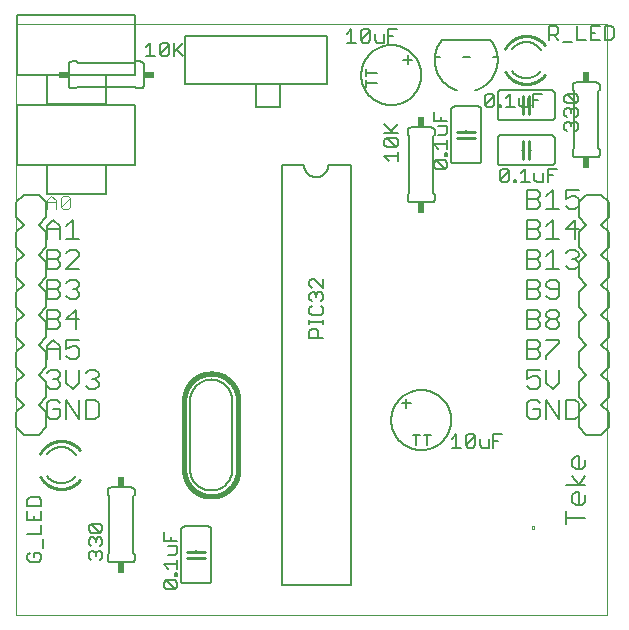
<source format=gto>
G75*
%MOIN*%
%OFA0B0*%
%FSLAX25Y25*%
%IPPOS*%
%LPD*%
%AMOC8*
5,1,8,0,0,1.08239X$1,22.5*
%
%ADD10C,0.00000*%
%ADD11C,0.00400*%
%ADD12C,0.00600*%
%ADD13R,0.03400X0.02400*%
%ADD14C,0.00500*%
%ADD15R,0.02400X0.03400*%
%ADD16C,0.01000*%
%ADD17C,0.00800*%
%ADD18C,0.01600*%
D10*
X0006800Y0011800D02*
X0006800Y0208650D01*
X0203650Y0208650D01*
X0203650Y0011800D01*
X0006800Y0011800D01*
D11*
X0017000Y0147000D02*
X0017000Y0150069D01*
X0018535Y0151604D01*
X0020069Y0150069D01*
X0020069Y0147000D01*
X0021604Y0147767D02*
X0024673Y0150837D01*
X0024673Y0147767D01*
X0023906Y0147000D01*
X0022371Y0147000D01*
X0021604Y0147767D01*
X0021604Y0150837D01*
X0022371Y0151604D01*
X0023906Y0151604D01*
X0024673Y0150837D01*
X0020069Y0149302D02*
X0017000Y0149302D01*
X0178793Y0041311D02*
X0178793Y0040543D01*
X0179560Y0040543D01*
X0179560Y0041311D01*
X0178793Y0041311D01*
D12*
X0190095Y0042100D02*
X0190095Y0046370D01*
X0190095Y0044235D02*
X0196500Y0044235D01*
X0195432Y0048545D02*
X0193297Y0048545D01*
X0192230Y0049613D01*
X0192230Y0051748D01*
X0193297Y0052816D01*
X0194365Y0052816D01*
X0194365Y0048545D01*
X0195432Y0048545D02*
X0196500Y0049613D01*
X0196500Y0051748D01*
X0196500Y0054991D02*
X0190095Y0054991D01*
X0192230Y0058194D02*
X0194365Y0054991D01*
X0196500Y0058194D01*
X0195432Y0060362D02*
X0193297Y0060362D01*
X0192230Y0061430D01*
X0192230Y0063565D01*
X0193297Y0064633D01*
X0194365Y0064633D01*
X0194365Y0060362D01*
X0195432Y0060362D02*
X0196500Y0061430D01*
X0196500Y0063565D01*
X0193194Y0077100D02*
X0189991Y0077100D01*
X0189991Y0083505D01*
X0193194Y0083505D01*
X0194261Y0082438D01*
X0194261Y0078168D01*
X0193194Y0077100D01*
X0187816Y0077100D02*
X0187816Y0083505D01*
X0185681Y0087100D02*
X0187816Y0089235D01*
X0187816Y0093505D01*
X0183545Y0093505D02*
X0183545Y0089235D01*
X0185681Y0087100D01*
X0183545Y0083505D02*
X0187816Y0077100D01*
X0183545Y0077100D02*
X0183545Y0083505D01*
X0181370Y0082438D02*
X0180303Y0083505D01*
X0178168Y0083505D01*
X0177100Y0082438D01*
X0177100Y0078168D01*
X0178168Y0077100D01*
X0180303Y0077100D01*
X0181370Y0078168D01*
X0181370Y0080303D01*
X0179235Y0080303D01*
X0178168Y0087100D02*
X0177100Y0088168D01*
X0178168Y0087100D02*
X0180303Y0087100D01*
X0181370Y0088168D01*
X0181370Y0090303D01*
X0180303Y0091370D01*
X0179235Y0091370D01*
X0177100Y0090303D01*
X0177100Y0093505D01*
X0181370Y0093505D01*
X0180303Y0097100D02*
X0177100Y0097100D01*
X0177100Y0103505D01*
X0180303Y0103505D01*
X0181370Y0102438D01*
X0181370Y0101370D01*
X0180303Y0100303D01*
X0177100Y0100303D01*
X0180303Y0100303D02*
X0181370Y0099235D01*
X0181370Y0098168D01*
X0180303Y0097100D01*
X0183545Y0097100D02*
X0183545Y0098168D01*
X0187816Y0102438D01*
X0187816Y0103505D01*
X0183545Y0103505D01*
X0184613Y0107100D02*
X0183545Y0108168D01*
X0183545Y0109235D01*
X0184613Y0110303D01*
X0186748Y0110303D01*
X0187816Y0109235D01*
X0187816Y0108168D01*
X0186748Y0107100D01*
X0184613Y0107100D01*
X0184613Y0110303D02*
X0183545Y0111370D01*
X0183545Y0112438D01*
X0184613Y0113505D01*
X0186748Y0113505D01*
X0187816Y0112438D01*
X0187816Y0111370D01*
X0186748Y0110303D01*
X0181370Y0111370D02*
X0180303Y0110303D01*
X0177100Y0110303D01*
X0177100Y0113505D02*
X0177100Y0107100D01*
X0180303Y0107100D01*
X0181370Y0108168D01*
X0181370Y0109235D01*
X0180303Y0110303D01*
X0181370Y0111370D02*
X0181370Y0112438D01*
X0180303Y0113505D01*
X0177100Y0113505D01*
X0177100Y0117100D02*
X0180303Y0117100D01*
X0181370Y0118168D01*
X0181370Y0119235D01*
X0180303Y0120303D01*
X0177100Y0120303D01*
X0177100Y0123505D02*
X0180303Y0123505D01*
X0181370Y0122438D01*
X0181370Y0121370D01*
X0180303Y0120303D01*
X0183545Y0121370D02*
X0183545Y0122438D01*
X0184613Y0123505D01*
X0186748Y0123505D01*
X0187816Y0122438D01*
X0187816Y0118168D01*
X0186748Y0117100D01*
X0184613Y0117100D01*
X0183545Y0118168D01*
X0184613Y0120303D02*
X0183545Y0121370D01*
X0184613Y0120303D02*
X0187816Y0120303D01*
X0187816Y0127100D02*
X0183545Y0127100D01*
X0185681Y0127100D02*
X0185681Y0133505D01*
X0183545Y0131370D01*
X0181370Y0131370D02*
X0181370Y0132438D01*
X0180303Y0133505D01*
X0177100Y0133505D01*
X0177100Y0127100D01*
X0180303Y0127100D01*
X0181370Y0128168D01*
X0181370Y0129235D01*
X0180303Y0130303D01*
X0177100Y0130303D01*
X0180303Y0130303D02*
X0181370Y0131370D01*
X0180303Y0137100D02*
X0177100Y0137100D01*
X0177100Y0143505D01*
X0180303Y0143505D01*
X0181370Y0142438D01*
X0181370Y0141370D01*
X0180303Y0140303D01*
X0177100Y0140303D01*
X0180303Y0140303D02*
X0181370Y0139235D01*
X0181370Y0138168D01*
X0180303Y0137100D01*
X0183545Y0137100D02*
X0187816Y0137100D01*
X0185681Y0137100D02*
X0185681Y0143505D01*
X0183545Y0141370D01*
X0183545Y0147100D02*
X0187816Y0147100D01*
X0185681Y0147100D02*
X0185681Y0153505D01*
X0183545Y0151370D01*
X0181370Y0151370D02*
X0181370Y0152438D01*
X0180303Y0153505D01*
X0177100Y0153505D01*
X0177100Y0147100D01*
X0180303Y0147100D01*
X0181370Y0148168D01*
X0181370Y0149235D01*
X0180303Y0150303D01*
X0177100Y0150303D01*
X0180303Y0150303D02*
X0181370Y0151370D01*
X0189991Y0150303D02*
X0192126Y0151370D01*
X0193194Y0151370D01*
X0194261Y0150303D01*
X0194261Y0148168D01*
X0193194Y0147100D01*
X0191059Y0147100D01*
X0189991Y0148168D01*
X0189991Y0150303D02*
X0189991Y0153505D01*
X0194261Y0153505D01*
X0193194Y0143505D02*
X0189991Y0140303D01*
X0194261Y0140303D01*
X0193194Y0143505D02*
X0193194Y0137100D01*
X0193194Y0133505D02*
X0191059Y0133505D01*
X0189991Y0132438D01*
X0192126Y0130303D02*
X0193194Y0130303D01*
X0194261Y0129235D01*
X0194261Y0128168D01*
X0193194Y0127100D01*
X0191059Y0127100D01*
X0189991Y0128168D01*
X0193194Y0130303D02*
X0194261Y0131370D01*
X0194261Y0132438D01*
X0193194Y0133505D01*
X0177100Y0123505D02*
X0177100Y0117100D01*
X0145300Y0149300D02*
X0138300Y0149300D01*
X0138240Y0149302D01*
X0138179Y0149307D01*
X0138120Y0149316D01*
X0138061Y0149329D01*
X0138002Y0149345D01*
X0137945Y0149365D01*
X0137890Y0149388D01*
X0137835Y0149415D01*
X0137783Y0149444D01*
X0137732Y0149477D01*
X0137683Y0149513D01*
X0137637Y0149551D01*
X0137593Y0149593D01*
X0137551Y0149637D01*
X0137513Y0149683D01*
X0137477Y0149732D01*
X0137444Y0149783D01*
X0137415Y0149835D01*
X0137388Y0149890D01*
X0137365Y0149945D01*
X0137345Y0150002D01*
X0137329Y0150061D01*
X0137316Y0150120D01*
X0137307Y0150179D01*
X0137302Y0150240D01*
X0137300Y0150300D01*
X0137300Y0151800D01*
X0137800Y0152300D01*
X0137800Y0171300D01*
X0137300Y0171800D01*
X0137300Y0173300D01*
X0137302Y0173360D01*
X0137307Y0173421D01*
X0137316Y0173480D01*
X0137329Y0173539D01*
X0137345Y0173598D01*
X0137365Y0173655D01*
X0137388Y0173710D01*
X0137415Y0173765D01*
X0137444Y0173817D01*
X0137477Y0173868D01*
X0137513Y0173917D01*
X0137551Y0173963D01*
X0137593Y0174007D01*
X0137637Y0174049D01*
X0137683Y0174087D01*
X0137732Y0174123D01*
X0137783Y0174156D01*
X0137835Y0174185D01*
X0137890Y0174212D01*
X0137945Y0174235D01*
X0138002Y0174255D01*
X0138061Y0174271D01*
X0138120Y0174284D01*
X0138179Y0174293D01*
X0138240Y0174298D01*
X0138300Y0174300D01*
X0145300Y0174300D01*
X0145360Y0174298D01*
X0145421Y0174293D01*
X0145480Y0174284D01*
X0145539Y0174271D01*
X0145598Y0174255D01*
X0145655Y0174235D01*
X0145710Y0174212D01*
X0145765Y0174185D01*
X0145817Y0174156D01*
X0145868Y0174123D01*
X0145917Y0174087D01*
X0145963Y0174049D01*
X0146007Y0174007D01*
X0146049Y0173963D01*
X0146087Y0173917D01*
X0146123Y0173868D01*
X0146156Y0173817D01*
X0146185Y0173765D01*
X0146212Y0173710D01*
X0146235Y0173655D01*
X0146255Y0173598D01*
X0146271Y0173539D01*
X0146284Y0173480D01*
X0146293Y0173421D01*
X0146298Y0173360D01*
X0146300Y0173300D01*
X0146300Y0171800D01*
X0145800Y0171300D01*
X0145800Y0152300D01*
X0146300Y0151800D01*
X0146300Y0150300D01*
X0146298Y0150240D01*
X0146293Y0150179D01*
X0146284Y0150120D01*
X0146271Y0150061D01*
X0146255Y0150002D01*
X0146235Y0149945D01*
X0146212Y0149890D01*
X0146185Y0149835D01*
X0146156Y0149783D01*
X0146123Y0149732D01*
X0146087Y0149683D01*
X0146049Y0149637D01*
X0146007Y0149593D01*
X0145963Y0149551D01*
X0145917Y0149513D01*
X0145868Y0149477D01*
X0145817Y0149444D01*
X0145765Y0149415D01*
X0145710Y0149388D01*
X0145655Y0149365D01*
X0145598Y0149345D01*
X0145539Y0149329D01*
X0145480Y0149316D01*
X0145421Y0149307D01*
X0145360Y0149302D01*
X0145300Y0149300D01*
X0152800Y0162300D02*
X0160800Y0162300D01*
X0160860Y0162302D01*
X0160921Y0162307D01*
X0160980Y0162316D01*
X0161039Y0162329D01*
X0161098Y0162345D01*
X0161155Y0162365D01*
X0161210Y0162388D01*
X0161265Y0162415D01*
X0161317Y0162444D01*
X0161368Y0162477D01*
X0161417Y0162513D01*
X0161463Y0162551D01*
X0161507Y0162593D01*
X0161549Y0162637D01*
X0161587Y0162683D01*
X0161623Y0162732D01*
X0161656Y0162783D01*
X0161685Y0162835D01*
X0161712Y0162890D01*
X0161735Y0162945D01*
X0161755Y0163002D01*
X0161771Y0163061D01*
X0161784Y0163120D01*
X0161793Y0163179D01*
X0161798Y0163240D01*
X0161800Y0163300D01*
X0161800Y0180300D01*
X0161798Y0180360D01*
X0161793Y0180421D01*
X0161784Y0180480D01*
X0161771Y0180539D01*
X0161755Y0180598D01*
X0161735Y0180655D01*
X0161712Y0180710D01*
X0161685Y0180765D01*
X0161656Y0180817D01*
X0161623Y0180868D01*
X0161587Y0180917D01*
X0161549Y0180963D01*
X0161507Y0181007D01*
X0161463Y0181049D01*
X0161417Y0181087D01*
X0161368Y0181123D01*
X0161317Y0181156D01*
X0161265Y0181185D01*
X0161210Y0181212D01*
X0161155Y0181235D01*
X0161098Y0181255D01*
X0161039Y0181271D01*
X0160980Y0181284D01*
X0160921Y0181293D01*
X0160860Y0181298D01*
X0160800Y0181300D01*
X0152800Y0181300D01*
X0152740Y0181298D01*
X0152679Y0181293D01*
X0152620Y0181284D01*
X0152561Y0181271D01*
X0152502Y0181255D01*
X0152445Y0181235D01*
X0152390Y0181212D01*
X0152335Y0181185D01*
X0152283Y0181156D01*
X0152232Y0181123D01*
X0152183Y0181087D01*
X0152137Y0181049D01*
X0152093Y0181007D01*
X0152051Y0180963D01*
X0152013Y0180917D01*
X0151977Y0180868D01*
X0151944Y0180817D01*
X0151915Y0180765D01*
X0151888Y0180710D01*
X0151865Y0180655D01*
X0151845Y0180598D01*
X0151829Y0180539D01*
X0151816Y0180480D01*
X0151807Y0180421D01*
X0151802Y0180360D01*
X0151800Y0180300D01*
X0151800Y0163300D01*
X0151802Y0163240D01*
X0151807Y0163179D01*
X0151816Y0163120D01*
X0151829Y0163061D01*
X0151845Y0163002D01*
X0151865Y0162945D01*
X0151888Y0162890D01*
X0151915Y0162835D01*
X0151944Y0162783D01*
X0151977Y0162732D01*
X0152013Y0162683D01*
X0152051Y0162637D01*
X0152093Y0162593D01*
X0152137Y0162551D01*
X0152183Y0162513D01*
X0152232Y0162477D01*
X0152283Y0162444D01*
X0152335Y0162415D01*
X0152390Y0162388D01*
X0152445Y0162365D01*
X0152502Y0162345D01*
X0152561Y0162329D01*
X0152620Y0162316D01*
X0152679Y0162307D01*
X0152740Y0162302D01*
X0152800Y0162300D01*
X0156800Y0170300D02*
X0156800Y0170800D01*
X0156800Y0172800D02*
X0156800Y0173300D01*
X0167300Y0170800D02*
X0167300Y0162800D01*
X0167302Y0162740D01*
X0167307Y0162679D01*
X0167316Y0162620D01*
X0167329Y0162561D01*
X0167345Y0162502D01*
X0167365Y0162445D01*
X0167388Y0162390D01*
X0167415Y0162335D01*
X0167444Y0162283D01*
X0167477Y0162232D01*
X0167513Y0162183D01*
X0167551Y0162137D01*
X0167593Y0162093D01*
X0167637Y0162051D01*
X0167683Y0162013D01*
X0167732Y0161977D01*
X0167783Y0161944D01*
X0167835Y0161915D01*
X0167890Y0161888D01*
X0167945Y0161865D01*
X0168002Y0161845D01*
X0168061Y0161829D01*
X0168120Y0161816D01*
X0168179Y0161807D01*
X0168240Y0161802D01*
X0168300Y0161800D01*
X0185300Y0161800D01*
X0185360Y0161802D01*
X0185421Y0161807D01*
X0185480Y0161816D01*
X0185539Y0161829D01*
X0185598Y0161845D01*
X0185655Y0161865D01*
X0185710Y0161888D01*
X0185765Y0161915D01*
X0185817Y0161944D01*
X0185868Y0161977D01*
X0185917Y0162013D01*
X0185963Y0162051D01*
X0186007Y0162093D01*
X0186049Y0162137D01*
X0186087Y0162183D01*
X0186123Y0162232D01*
X0186156Y0162283D01*
X0186185Y0162335D01*
X0186212Y0162390D01*
X0186235Y0162445D01*
X0186255Y0162502D01*
X0186271Y0162561D01*
X0186284Y0162620D01*
X0186293Y0162679D01*
X0186298Y0162740D01*
X0186300Y0162800D01*
X0186300Y0170800D01*
X0186298Y0170860D01*
X0186293Y0170921D01*
X0186284Y0170980D01*
X0186271Y0171039D01*
X0186255Y0171098D01*
X0186235Y0171155D01*
X0186212Y0171210D01*
X0186185Y0171265D01*
X0186156Y0171317D01*
X0186123Y0171368D01*
X0186087Y0171417D01*
X0186049Y0171463D01*
X0186007Y0171507D01*
X0185963Y0171549D01*
X0185917Y0171587D01*
X0185868Y0171623D01*
X0185817Y0171656D01*
X0185765Y0171685D01*
X0185710Y0171712D01*
X0185655Y0171735D01*
X0185598Y0171755D01*
X0185539Y0171771D01*
X0185480Y0171784D01*
X0185421Y0171793D01*
X0185360Y0171798D01*
X0185300Y0171800D01*
X0168300Y0171800D01*
X0168240Y0171798D01*
X0168179Y0171793D01*
X0168120Y0171784D01*
X0168061Y0171771D01*
X0168002Y0171755D01*
X0167945Y0171735D01*
X0167890Y0171712D01*
X0167835Y0171685D01*
X0167783Y0171656D01*
X0167732Y0171623D01*
X0167683Y0171587D01*
X0167637Y0171549D01*
X0167593Y0171507D01*
X0167551Y0171463D01*
X0167513Y0171417D01*
X0167477Y0171368D01*
X0167444Y0171317D01*
X0167415Y0171265D01*
X0167388Y0171210D01*
X0167365Y0171155D01*
X0167345Y0171098D01*
X0167329Y0171039D01*
X0167316Y0170980D01*
X0167307Y0170921D01*
X0167302Y0170860D01*
X0167300Y0170800D01*
X0168300Y0176800D02*
X0185300Y0176800D01*
X0185360Y0176802D01*
X0185421Y0176807D01*
X0185480Y0176816D01*
X0185539Y0176829D01*
X0185598Y0176845D01*
X0185655Y0176865D01*
X0185710Y0176888D01*
X0185765Y0176915D01*
X0185817Y0176944D01*
X0185868Y0176977D01*
X0185917Y0177013D01*
X0185963Y0177051D01*
X0186007Y0177093D01*
X0186049Y0177137D01*
X0186087Y0177183D01*
X0186123Y0177232D01*
X0186156Y0177283D01*
X0186185Y0177335D01*
X0186212Y0177390D01*
X0186235Y0177445D01*
X0186255Y0177502D01*
X0186271Y0177561D01*
X0186284Y0177620D01*
X0186293Y0177679D01*
X0186298Y0177740D01*
X0186300Y0177800D01*
X0186300Y0185800D01*
X0186298Y0185860D01*
X0186293Y0185921D01*
X0186284Y0185980D01*
X0186271Y0186039D01*
X0186255Y0186098D01*
X0186235Y0186155D01*
X0186212Y0186210D01*
X0186185Y0186265D01*
X0186156Y0186317D01*
X0186123Y0186368D01*
X0186087Y0186417D01*
X0186049Y0186463D01*
X0186007Y0186507D01*
X0185963Y0186549D01*
X0185917Y0186587D01*
X0185868Y0186623D01*
X0185817Y0186656D01*
X0185765Y0186685D01*
X0185710Y0186712D01*
X0185655Y0186735D01*
X0185598Y0186755D01*
X0185539Y0186771D01*
X0185480Y0186784D01*
X0185421Y0186793D01*
X0185360Y0186798D01*
X0185300Y0186800D01*
X0168300Y0186800D01*
X0168240Y0186798D01*
X0168179Y0186793D01*
X0168120Y0186784D01*
X0168061Y0186771D01*
X0168002Y0186755D01*
X0167945Y0186735D01*
X0167890Y0186712D01*
X0167835Y0186685D01*
X0167783Y0186656D01*
X0167732Y0186623D01*
X0167683Y0186587D01*
X0167637Y0186549D01*
X0167593Y0186507D01*
X0167551Y0186463D01*
X0167513Y0186417D01*
X0167477Y0186368D01*
X0167444Y0186317D01*
X0167415Y0186265D01*
X0167388Y0186210D01*
X0167365Y0186155D01*
X0167345Y0186098D01*
X0167329Y0186039D01*
X0167316Y0185980D01*
X0167307Y0185921D01*
X0167302Y0185860D01*
X0167300Y0185800D01*
X0167300Y0177800D01*
X0167302Y0177740D01*
X0167307Y0177679D01*
X0167316Y0177620D01*
X0167329Y0177561D01*
X0167345Y0177502D01*
X0167365Y0177445D01*
X0167388Y0177390D01*
X0167415Y0177335D01*
X0167444Y0177283D01*
X0167477Y0177232D01*
X0167513Y0177183D01*
X0167551Y0177137D01*
X0167593Y0177093D01*
X0167637Y0177051D01*
X0167683Y0177013D01*
X0167732Y0176977D01*
X0167783Y0176944D01*
X0167835Y0176915D01*
X0167890Y0176888D01*
X0167945Y0176865D01*
X0168002Y0176845D01*
X0168061Y0176829D01*
X0168120Y0176816D01*
X0168179Y0176807D01*
X0168240Y0176802D01*
X0168300Y0176800D01*
X0175300Y0181800D02*
X0175800Y0181800D01*
X0177800Y0181800D02*
X0178300Y0181800D01*
X0192300Y0186800D02*
X0192300Y0188300D01*
X0192302Y0188360D01*
X0192307Y0188421D01*
X0192316Y0188480D01*
X0192329Y0188539D01*
X0192345Y0188598D01*
X0192365Y0188655D01*
X0192388Y0188710D01*
X0192415Y0188765D01*
X0192444Y0188817D01*
X0192477Y0188868D01*
X0192513Y0188917D01*
X0192551Y0188963D01*
X0192593Y0189007D01*
X0192637Y0189049D01*
X0192683Y0189087D01*
X0192732Y0189123D01*
X0192783Y0189156D01*
X0192835Y0189185D01*
X0192890Y0189212D01*
X0192945Y0189235D01*
X0193002Y0189255D01*
X0193061Y0189271D01*
X0193120Y0189284D01*
X0193179Y0189293D01*
X0193240Y0189298D01*
X0193300Y0189300D01*
X0200300Y0189300D01*
X0200360Y0189298D01*
X0200421Y0189293D01*
X0200480Y0189284D01*
X0200539Y0189271D01*
X0200598Y0189255D01*
X0200655Y0189235D01*
X0200710Y0189212D01*
X0200765Y0189185D01*
X0200817Y0189156D01*
X0200868Y0189123D01*
X0200917Y0189087D01*
X0200963Y0189049D01*
X0201007Y0189007D01*
X0201049Y0188963D01*
X0201087Y0188917D01*
X0201123Y0188868D01*
X0201156Y0188817D01*
X0201185Y0188765D01*
X0201212Y0188710D01*
X0201235Y0188655D01*
X0201255Y0188598D01*
X0201271Y0188539D01*
X0201284Y0188480D01*
X0201293Y0188421D01*
X0201298Y0188360D01*
X0201300Y0188300D01*
X0201300Y0186800D01*
X0200800Y0186300D01*
X0200800Y0167300D01*
X0201300Y0166800D01*
X0201300Y0165300D01*
X0201298Y0165240D01*
X0201293Y0165179D01*
X0201284Y0165120D01*
X0201271Y0165061D01*
X0201255Y0165002D01*
X0201235Y0164945D01*
X0201212Y0164890D01*
X0201185Y0164835D01*
X0201156Y0164783D01*
X0201123Y0164732D01*
X0201087Y0164683D01*
X0201049Y0164637D01*
X0201007Y0164593D01*
X0200963Y0164551D01*
X0200917Y0164513D01*
X0200868Y0164477D01*
X0200817Y0164444D01*
X0200765Y0164415D01*
X0200710Y0164388D01*
X0200655Y0164365D01*
X0200598Y0164345D01*
X0200539Y0164329D01*
X0200480Y0164316D01*
X0200421Y0164307D01*
X0200360Y0164302D01*
X0200300Y0164300D01*
X0193300Y0164300D01*
X0193240Y0164302D01*
X0193179Y0164307D01*
X0193120Y0164316D01*
X0193061Y0164329D01*
X0193002Y0164345D01*
X0192945Y0164365D01*
X0192890Y0164388D01*
X0192835Y0164415D01*
X0192783Y0164444D01*
X0192732Y0164477D01*
X0192683Y0164513D01*
X0192637Y0164551D01*
X0192593Y0164593D01*
X0192551Y0164637D01*
X0192513Y0164683D01*
X0192477Y0164732D01*
X0192444Y0164783D01*
X0192415Y0164835D01*
X0192388Y0164890D01*
X0192365Y0164945D01*
X0192345Y0165002D01*
X0192329Y0165061D01*
X0192316Y0165120D01*
X0192307Y0165179D01*
X0192302Y0165240D01*
X0192300Y0165300D01*
X0192300Y0166800D01*
X0192800Y0167300D01*
X0192800Y0186300D01*
X0192300Y0186800D01*
X0176800Y0190800D02*
X0176648Y0190802D01*
X0176497Y0190808D01*
X0176346Y0190817D01*
X0176194Y0190831D01*
X0176044Y0190848D01*
X0175894Y0190869D01*
X0175744Y0190894D01*
X0175595Y0190922D01*
X0175447Y0190955D01*
X0175300Y0190991D01*
X0175153Y0191030D01*
X0175008Y0191074D01*
X0174864Y0191121D01*
X0174721Y0191172D01*
X0174580Y0191226D01*
X0174439Y0191284D01*
X0174301Y0191345D01*
X0174164Y0191410D01*
X0174028Y0191479D01*
X0173895Y0191550D01*
X0173763Y0191625D01*
X0173633Y0191704D01*
X0173506Y0191785D01*
X0173380Y0191870D01*
X0173256Y0191958D01*
X0173135Y0192049D01*
X0173016Y0192143D01*
X0172900Y0192241D01*
X0172786Y0192341D01*
X0172674Y0192443D01*
X0172566Y0192549D01*
X0172460Y0192657D01*
X0172356Y0192768D01*
X0172256Y0192882D01*
X0172158Y0192998D01*
X0172064Y0193117D01*
X0176800Y0202800D02*
X0176954Y0202798D01*
X0177108Y0202792D01*
X0177262Y0202782D01*
X0177416Y0202768D01*
X0177569Y0202751D01*
X0177721Y0202729D01*
X0177873Y0202703D01*
X0178025Y0202674D01*
X0178175Y0202640D01*
X0178325Y0202603D01*
X0178473Y0202562D01*
X0178621Y0202517D01*
X0178767Y0202468D01*
X0178912Y0202416D01*
X0179055Y0202360D01*
X0179198Y0202300D01*
X0179338Y0202237D01*
X0179477Y0202170D01*
X0179614Y0202099D01*
X0179749Y0202025D01*
X0179882Y0201948D01*
X0180014Y0201867D01*
X0180143Y0201783D01*
X0180270Y0201695D01*
X0180394Y0201604D01*
X0180516Y0201511D01*
X0180636Y0201413D01*
X0180753Y0201313D01*
X0180868Y0201210D01*
X0180980Y0201104D01*
X0181089Y0200996D01*
X0181195Y0200884D01*
X0181299Y0200770D01*
X0181399Y0200653D01*
X0181497Y0200534D01*
X0181591Y0200412D01*
X0181682Y0200287D01*
X0176800Y0202800D02*
X0176650Y0202798D01*
X0176499Y0202792D01*
X0176349Y0202783D01*
X0176200Y0202770D01*
X0176050Y0202753D01*
X0175901Y0202732D01*
X0175753Y0202708D01*
X0175605Y0202680D01*
X0175458Y0202648D01*
X0175312Y0202613D01*
X0175167Y0202573D01*
X0175023Y0202531D01*
X0174880Y0202484D01*
X0174738Y0202434D01*
X0174597Y0202381D01*
X0174458Y0202324D01*
X0174320Y0202264D01*
X0174184Y0202200D01*
X0174050Y0202133D01*
X0173917Y0202062D01*
X0173786Y0201988D01*
X0173657Y0201911D01*
X0173530Y0201830D01*
X0173405Y0201747D01*
X0173282Y0201660D01*
X0173161Y0201571D01*
X0173043Y0201478D01*
X0172927Y0201382D01*
X0172813Y0201284D01*
X0172702Y0201183D01*
X0172593Y0201078D01*
X0172488Y0200972D01*
X0172384Y0200862D01*
X0172284Y0200750D01*
X0172186Y0200636D01*
X0172092Y0200519D01*
X0172000Y0200400D01*
X0176800Y0190800D02*
X0176952Y0190802D01*
X0177103Y0190808D01*
X0177254Y0190817D01*
X0177406Y0190831D01*
X0177556Y0190848D01*
X0177706Y0190869D01*
X0177856Y0190894D01*
X0178005Y0190922D01*
X0178153Y0190955D01*
X0178300Y0190991D01*
X0178447Y0191030D01*
X0178592Y0191074D01*
X0178736Y0191121D01*
X0178879Y0191172D01*
X0179020Y0191226D01*
X0179161Y0191284D01*
X0179299Y0191345D01*
X0179436Y0191410D01*
X0179572Y0191479D01*
X0179705Y0191550D01*
X0179837Y0191625D01*
X0179967Y0191704D01*
X0180094Y0191785D01*
X0180220Y0191870D01*
X0180344Y0191958D01*
X0180465Y0192049D01*
X0180584Y0192143D01*
X0180700Y0192241D01*
X0180814Y0192341D01*
X0180926Y0192443D01*
X0181034Y0192549D01*
X0181140Y0192657D01*
X0181244Y0192768D01*
X0181344Y0192882D01*
X0181442Y0192998D01*
X0181536Y0193117D01*
X0178300Y0166800D02*
X0177800Y0166800D01*
X0175800Y0166800D02*
X0175300Y0166800D01*
X0138800Y0196800D02*
X0135800Y0196800D01*
X0137300Y0195300D02*
X0137300Y0198300D01*
X0121800Y0191800D02*
X0121803Y0192045D01*
X0121812Y0192291D01*
X0121827Y0192536D01*
X0121848Y0192780D01*
X0121875Y0193024D01*
X0121908Y0193267D01*
X0121947Y0193510D01*
X0121992Y0193751D01*
X0122043Y0193991D01*
X0122100Y0194230D01*
X0122162Y0194467D01*
X0122231Y0194703D01*
X0122305Y0194937D01*
X0122385Y0195169D01*
X0122470Y0195399D01*
X0122561Y0195627D01*
X0122658Y0195852D01*
X0122760Y0196076D01*
X0122868Y0196296D01*
X0122981Y0196514D01*
X0123099Y0196729D01*
X0123223Y0196941D01*
X0123351Y0197150D01*
X0123485Y0197356D01*
X0123624Y0197558D01*
X0123768Y0197757D01*
X0123917Y0197952D01*
X0124070Y0198144D01*
X0124228Y0198332D01*
X0124390Y0198516D01*
X0124558Y0198695D01*
X0124729Y0198871D01*
X0124905Y0199042D01*
X0125084Y0199210D01*
X0125268Y0199372D01*
X0125456Y0199530D01*
X0125648Y0199683D01*
X0125843Y0199832D01*
X0126042Y0199976D01*
X0126244Y0200115D01*
X0126450Y0200249D01*
X0126659Y0200377D01*
X0126871Y0200501D01*
X0127086Y0200619D01*
X0127304Y0200732D01*
X0127524Y0200840D01*
X0127748Y0200942D01*
X0127973Y0201039D01*
X0128201Y0201130D01*
X0128431Y0201215D01*
X0128663Y0201295D01*
X0128897Y0201369D01*
X0129133Y0201438D01*
X0129370Y0201500D01*
X0129609Y0201557D01*
X0129849Y0201608D01*
X0130090Y0201653D01*
X0130333Y0201692D01*
X0130576Y0201725D01*
X0130820Y0201752D01*
X0131064Y0201773D01*
X0131309Y0201788D01*
X0131555Y0201797D01*
X0131800Y0201800D01*
X0132045Y0201797D01*
X0132291Y0201788D01*
X0132536Y0201773D01*
X0132780Y0201752D01*
X0133024Y0201725D01*
X0133267Y0201692D01*
X0133510Y0201653D01*
X0133751Y0201608D01*
X0133991Y0201557D01*
X0134230Y0201500D01*
X0134467Y0201438D01*
X0134703Y0201369D01*
X0134937Y0201295D01*
X0135169Y0201215D01*
X0135399Y0201130D01*
X0135627Y0201039D01*
X0135852Y0200942D01*
X0136076Y0200840D01*
X0136296Y0200732D01*
X0136514Y0200619D01*
X0136729Y0200501D01*
X0136941Y0200377D01*
X0137150Y0200249D01*
X0137356Y0200115D01*
X0137558Y0199976D01*
X0137757Y0199832D01*
X0137952Y0199683D01*
X0138144Y0199530D01*
X0138332Y0199372D01*
X0138516Y0199210D01*
X0138695Y0199042D01*
X0138871Y0198871D01*
X0139042Y0198695D01*
X0139210Y0198516D01*
X0139372Y0198332D01*
X0139530Y0198144D01*
X0139683Y0197952D01*
X0139832Y0197757D01*
X0139976Y0197558D01*
X0140115Y0197356D01*
X0140249Y0197150D01*
X0140377Y0196941D01*
X0140501Y0196729D01*
X0140619Y0196514D01*
X0140732Y0196296D01*
X0140840Y0196076D01*
X0140942Y0195852D01*
X0141039Y0195627D01*
X0141130Y0195399D01*
X0141215Y0195169D01*
X0141295Y0194937D01*
X0141369Y0194703D01*
X0141438Y0194467D01*
X0141500Y0194230D01*
X0141557Y0193991D01*
X0141608Y0193751D01*
X0141653Y0193510D01*
X0141692Y0193267D01*
X0141725Y0193024D01*
X0141752Y0192780D01*
X0141773Y0192536D01*
X0141788Y0192291D01*
X0141797Y0192045D01*
X0141800Y0191800D01*
X0141797Y0191555D01*
X0141788Y0191309D01*
X0141773Y0191064D01*
X0141752Y0190820D01*
X0141725Y0190576D01*
X0141692Y0190333D01*
X0141653Y0190090D01*
X0141608Y0189849D01*
X0141557Y0189609D01*
X0141500Y0189370D01*
X0141438Y0189133D01*
X0141369Y0188897D01*
X0141295Y0188663D01*
X0141215Y0188431D01*
X0141130Y0188201D01*
X0141039Y0187973D01*
X0140942Y0187748D01*
X0140840Y0187524D01*
X0140732Y0187304D01*
X0140619Y0187086D01*
X0140501Y0186871D01*
X0140377Y0186659D01*
X0140249Y0186450D01*
X0140115Y0186244D01*
X0139976Y0186042D01*
X0139832Y0185843D01*
X0139683Y0185648D01*
X0139530Y0185456D01*
X0139372Y0185268D01*
X0139210Y0185084D01*
X0139042Y0184905D01*
X0138871Y0184729D01*
X0138695Y0184558D01*
X0138516Y0184390D01*
X0138332Y0184228D01*
X0138144Y0184070D01*
X0137952Y0183917D01*
X0137757Y0183768D01*
X0137558Y0183624D01*
X0137356Y0183485D01*
X0137150Y0183351D01*
X0136941Y0183223D01*
X0136729Y0183099D01*
X0136514Y0182981D01*
X0136296Y0182868D01*
X0136076Y0182760D01*
X0135852Y0182658D01*
X0135627Y0182561D01*
X0135399Y0182470D01*
X0135169Y0182385D01*
X0134937Y0182305D01*
X0134703Y0182231D01*
X0134467Y0182162D01*
X0134230Y0182100D01*
X0133991Y0182043D01*
X0133751Y0181992D01*
X0133510Y0181947D01*
X0133267Y0181908D01*
X0133024Y0181875D01*
X0132780Y0181848D01*
X0132536Y0181827D01*
X0132291Y0181812D01*
X0132045Y0181803D01*
X0131800Y0181800D01*
X0131555Y0181803D01*
X0131309Y0181812D01*
X0131064Y0181827D01*
X0130820Y0181848D01*
X0130576Y0181875D01*
X0130333Y0181908D01*
X0130090Y0181947D01*
X0129849Y0181992D01*
X0129609Y0182043D01*
X0129370Y0182100D01*
X0129133Y0182162D01*
X0128897Y0182231D01*
X0128663Y0182305D01*
X0128431Y0182385D01*
X0128201Y0182470D01*
X0127973Y0182561D01*
X0127748Y0182658D01*
X0127524Y0182760D01*
X0127304Y0182868D01*
X0127086Y0182981D01*
X0126871Y0183099D01*
X0126659Y0183223D01*
X0126450Y0183351D01*
X0126244Y0183485D01*
X0126042Y0183624D01*
X0125843Y0183768D01*
X0125648Y0183917D01*
X0125456Y0184070D01*
X0125268Y0184228D01*
X0125084Y0184390D01*
X0124905Y0184558D01*
X0124729Y0184729D01*
X0124558Y0184905D01*
X0124390Y0185084D01*
X0124228Y0185268D01*
X0124070Y0185456D01*
X0123917Y0185648D01*
X0123768Y0185843D01*
X0123624Y0186042D01*
X0123485Y0186244D01*
X0123351Y0186450D01*
X0123223Y0186659D01*
X0123099Y0186871D01*
X0122981Y0187086D01*
X0122868Y0187304D01*
X0122760Y0187524D01*
X0122658Y0187748D01*
X0122561Y0187973D01*
X0122470Y0188201D01*
X0122385Y0188431D01*
X0122305Y0188663D01*
X0122231Y0188897D01*
X0122162Y0189133D01*
X0122100Y0189370D01*
X0122043Y0189609D01*
X0121992Y0189849D01*
X0121947Y0190090D01*
X0121908Y0190333D01*
X0121875Y0190576D01*
X0121848Y0190820D01*
X0121827Y0191064D01*
X0121812Y0191309D01*
X0121803Y0191555D01*
X0121800Y0191800D01*
X0118300Y0161800D02*
X0110800Y0161800D01*
X0110798Y0161674D01*
X0110792Y0161549D01*
X0110782Y0161424D01*
X0110768Y0161299D01*
X0110751Y0161174D01*
X0110729Y0161050D01*
X0110704Y0160927D01*
X0110674Y0160805D01*
X0110641Y0160684D01*
X0110604Y0160564D01*
X0110564Y0160445D01*
X0110519Y0160328D01*
X0110471Y0160211D01*
X0110419Y0160097D01*
X0110364Y0159984D01*
X0110305Y0159873D01*
X0110243Y0159764D01*
X0110177Y0159657D01*
X0110108Y0159552D01*
X0110036Y0159449D01*
X0109961Y0159348D01*
X0109882Y0159250D01*
X0109800Y0159155D01*
X0109716Y0159062D01*
X0109628Y0158972D01*
X0109538Y0158884D01*
X0109445Y0158800D01*
X0109350Y0158718D01*
X0109252Y0158639D01*
X0109151Y0158564D01*
X0109048Y0158492D01*
X0108943Y0158423D01*
X0108836Y0158357D01*
X0108727Y0158295D01*
X0108616Y0158236D01*
X0108503Y0158181D01*
X0108389Y0158129D01*
X0108272Y0158081D01*
X0108155Y0158036D01*
X0108036Y0157996D01*
X0107916Y0157959D01*
X0107795Y0157926D01*
X0107673Y0157896D01*
X0107550Y0157871D01*
X0107426Y0157849D01*
X0107301Y0157832D01*
X0107176Y0157818D01*
X0107051Y0157808D01*
X0106926Y0157802D01*
X0106800Y0157800D01*
X0106674Y0157802D01*
X0106549Y0157808D01*
X0106424Y0157818D01*
X0106299Y0157832D01*
X0106174Y0157849D01*
X0106050Y0157871D01*
X0105927Y0157896D01*
X0105805Y0157926D01*
X0105684Y0157959D01*
X0105564Y0157996D01*
X0105445Y0158036D01*
X0105328Y0158081D01*
X0105211Y0158129D01*
X0105097Y0158181D01*
X0104984Y0158236D01*
X0104873Y0158295D01*
X0104764Y0158357D01*
X0104657Y0158423D01*
X0104552Y0158492D01*
X0104449Y0158564D01*
X0104348Y0158639D01*
X0104250Y0158718D01*
X0104155Y0158800D01*
X0104062Y0158884D01*
X0103972Y0158972D01*
X0103884Y0159062D01*
X0103800Y0159155D01*
X0103718Y0159250D01*
X0103639Y0159348D01*
X0103564Y0159449D01*
X0103492Y0159552D01*
X0103423Y0159657D01*
X0103357Y0159764D01*
X0103295Y0159873D01*
X0103236Y0159984D01*
X0103181Y0160097D01*
X0103129Y0160211D01*
X0103081Y0160328D01*
X0103036Y0160445D01*
X0102996Y0160564D01*
X0102959Y0160684D01*
X0102926Y0160805D01*
X0102896Y0160927D01*
X0102871Y0161050D01*
X0102849Y0161174D01*
X0102832Y0161299D01*
X0102818Y0161424D01*
X0102808Y0161549D01*
X0102802Y0161674D01*
X0102800Y0161800D01*
X0095300Y0161800D01*
X0095300Y0021800D01*
X0118300Y0021800D01*
X0118300Y0161800D01*
X0049300Y0188300D02*
X0049300Y0195300D01*
X0049298Y0195360D01*
X0049293Y0195421D01*
X0049284Y0195480D01*
X0049271Y0195539D01*
X0049255Y0195598D01*
X0049235Y0195655D01*
X0049212Y0195710D01*
X0049185Y0195765D01*
X0049156Y0195817D01*
X0049123Y0195868D01*
X0049087Y0195917D01*
X0049049Y0195963D01*
X0049007Y0196007D01*
X0048963Y0196049D01*
X0048917Y0196087D01*
X0048868Y0196123D01*
X0048817Y0196156D01*
X0048765Y0196185D01*
X0048710Y0196212D01*
X0048655Y0196235D01*
X0048598Y0196255D01*
X0048539Y0196271D01*
X0048480Y0196284D01*
X0048421Y0196293D01*
X0048360Y0196298D01*
X0048300Y0196300D01*
X0046800Y0196300D01*
X0046300Y0195800D01*
X0027300Y0195800D01*
X0026800Y0196300D01*
X0025300Y0196300D01*
X0025240Y0196298D01*
X0025179Y0196293D01*
X0025120Y0196284D01*
X0025061Y0196271D01*
X0025002Y0196255D01*
X0024945Y0196235D01*
X0024890Y0196212D01*
X0024835Y0196185D01*
X0024783Y0196156D01*
X0024732Y0196123D01*
X0024683Y0196087D01*
X0024637Y0196049D01*
X0024593Y0196007D01*
X0024551Y0195963D01*
X0024513Y0195917D01*
X0024477Y0195868D01*
X0024444Y0195817D01*
X0024415Y0195765D01*
X0024388Y0195710D01*
X0024365Y0195655D01*
X0024345Y0195598D01*
X0024329Y0195539D01*
X0024316Y0195480D01*
X0024307Y0195421D01*
X0024302Y0195360D01*
X0024300Y0195300D01*
X0024300Y0188300D01*
X0024302Y0188240D01*
X0024307Y0188179D01*
X0024316Y0188120D01*
X0024329Y0188061D01*
X0024345Y0188002D01*
X0024365Y0187945D01*
X0024388Y0187890D01*
X0024415Y0187835D01*
X0024444Y0187783D01*
X0024477Y0187732D01*
X0024513Y0187683D01*
X0024551Y0187637D01*
X0024593Y0187593D01*
X0024637Y0187551D01*
X0024683Y0187513D01*
X0024732Y0187477D01*
X0024783Y0187444D01*
X0024835Y0187415D01*
X0024890Y0187388D01*
X0024945Y0187365D01*
X0025002Y0187345D01*
X0025061Y0187329D01*
X0025120Y0187316D01*
X0025179Y0187307D01*
X0025240Y0187302D01*
X0025300Y0187300D01*
X0026800Y0187300D01*
X0027300Y0187800D01*
X0046300Y0187800D01*
X0046800Y0187300D01*
X0048300Y0187300D01*
X0048360Y0187302D01*
X0048421Y0187307D01*
X0048480Y0187316D01*
X0048539Y0187329D01*
X0048598Y0187345D01*
X0048655Y0187365D01*
X0048710Y0187388D01*
X0048765Y0187415D01*
X0048817Y0187444D01*
X0048868Y0187477D01*
X0048917Y0187513D01*
X0048963Y0187551D01*
X0049007Y0187593D01*
X0049049Y0187637D01*
X0049087Y0187683D01*
X0049123Y0187732D01*
X0049156Y0187783D01*
X0049185Y0187835D01*
X0049212Y0187890D01*
X0049235Y0187945D01*
X0049255Y0188002D01*
X0049271Y0188061D01*
X0049284Y0188120D01*
X0049293Y0188179D01*
X0049298Y0188240D01*
X0049300Y0188300D01*
X0025681Y0143505D02*
X0025681Y0137100D01*
X0027816Y0137100D02*
X0023545Y0137100D01*
X0021370Y0137100D02*
X0021370Y0141370D01*
X0019235Y0143505D01*
X0017100Y0141370D01*
X0017100Y0137100D01*
X0017100Y0140303D02*
X0021370Y0140303D01*
X0023545Y0141370D02*
X0025681Y0143505D01*
X0026748Y0133505D02*
X0024613Y0133505D01*
X0023545Y0132438D01*
X0021370Y0132438D02*
X0021370Y0131370D01*
X0020303Y0130303D01*
X0017100Y0130303D01*
X0017100Y0133505D02*
X0020303Y0133505D01*
X0021370Y0132438D01*
X0020303Y0130303D02*
X0021370Y0129235D01*
X0021370Y0128168D01*
X0020303Y0127100D01*
X0017100Y0127100D01*
X0017100Y0133505D01*
X0023545Y0127100D02*
X0027816Y0131370D01*
X0027816Y0132438D01*
X0026748Y0133505D01*
X0027816Y0127100D02*
X0023545Y0127100D01*
X0024613Y0123505D02*
X0026748Y0123505D01*
X0027816Y0122438D01*
X0027816Y0121370D01*
X0026748Y0120303D01*
X0027816Y0119235D01*
X0027816Y0118168D01*
X0026748Y0117100D01*
X0024613Y0117100D01*
X0023545Y0118168D01*
X0021370Y0118168D02*
X0020303Y0117100D01*
X0017100Y0117100D01*
X0017100Y0123505D01*
X0020303Y0123505D01*
X0021370Y0122438D01*
X0021370Y0121370D01*
X0020303Y0120303D01*
X0017100Y0120303D01*
X0020303Y0120303D02*
X0021370Y0119235D01*
X0021370Y0118168D01*
X0020303Y0113505D02*
X0017100Y0113505D01*
X0017100Y0107100D01*
X0020303Y0107100D01*
X0021370Y0108168D01*
X0021370Y0109235D01*
X0020303Y0110303D01*
X0017100Y0110303D01*
X0020303Y0110303D02*
X0021370Y0111370D01*
X0021370Y0112438D01*
X0020303Y0113505D01*
X0023545Y0110303D02*
X0027816Y0110303D01*
X0026748Y0113505D02*
X0026748Y0107100D01*
X0023545Y0110303D02*
X0026748Y0113505D01*
X0026748Y0120303D02*
X0025681Y0120303D01*
X0023545Y0122438D02*
X0024613Y0123505D01*
X0023545Y0103505D02*
X0023545Y0100303D01*
X0025681Y0101370D01*
X0026748Y0101370D01*
X0027816Y0100303D01*
X0027816Y0098168D01*
X0026748Y0097100D01*
X0024613Y0097100D01*
X0023545Y0098168D01*
X0021370Y0097100D02*
X0021370Y0101370D01*
X0019235Y0103505D01*
X0017100Y0101370D01*
X0017100Y0097100D01*
X0017100Y0100303D02*
X0021370Y0100303D01*
X0023545Y0103505D02*
X0027816Y0103505D01*
X0027816Y0093505D02*
X0027816Y0089235D01*
X0025681Y0087100D01*
X0023545Y0089235D01*
X0023545Y0093505D01*
X0021370Y0092438D02*
X0021370Y0091370D01*
X0020303Y0090303D01*
X0021370Y0089235D01*
X0021370Y0088168D01*
X0020303Y0087100D01*
X0018168Y0087100D01*
X0017100Y0088168D01*
X0019235Y0090303D02*
X0020303Y0090303D01*
X0021370Y0092438D02*
X0020303Y0093505D01*
X0018168Y0093505D01*
X0017100Y0092438D01*
X0018168Y0083505D02*
X0017100Y0082438D01*
X0017100Y0078168D01*
X0018168Y0077100D01*
X0020303Y0077100D01*
X0021370Y0078168D01*
X0021370Y0080303D01*
X0019235Y0080303D01*
X0021370Y0082438D02*
X0020303Y0083505D01*
X0018168Y0083505D01*
X0023545Y0083505D02*
X0023545Y0077100D01*
X0027816Y0077100D02*
X0027816Y0083505D01*
X0029991Y0083505D02*
X0033194Y0083505D01*
X0034261Y0082438D01*
X0034261Y0078168D01*
X0033194Y0077100D01*
X0029991Y0077100D01*
X0029991Y0083505D01*
X0031059Y0087100D02*
X0029991Y0088168D01*
X0031059Y0087100D02*
X0033194Y0087100D01*
X0034261Y0088168D01*
X0034261Y0089235D01*
X0033194Y0090303D01*
X0032126Y0090303D01*
X0033194Y0090303D02*
X0034261Y0091370D01*
X0034261Y0092438D01*
X0033194Y0093505D01*
X0031059Y0093505D01*
X0029991Y0092438D01*
X0023545Y0083505D02*
X0027816Y0077100D01*
X0017064Y0058117D02*
X0017158Y0057998D01*
X0017256Y0057882D01*
X0017356Y0057768D01*
X0017460Y0057657D01*
X0017566Y0057549D01*
X0017674Y0057443D01*
X0017786Y0057341D01*
X0017900Y0057241D01*
X0018016Y0057143D01*
X0018135Y0057049D01*
X0018256Y0056958D01*
X0018380Y0056870D01*
X0018506Y0056785D01*
X0018633Y0056704D01*
X0018763Y0056625D01*
X0018895Y0056550D01*
X0019028Y0056479D01*
X0019164Y0056410D01*
X0019301Y0056345D01*
X0019439Y0056284D01*
X0019580Y0056226D01*
X0019721Y0056172D01*
X0019864Y0056121D01*
X0020008Y0056074D01*
X0020153Y0056030D01*
X0020300Y0055991D01*
X0020447Y0055955D01*
X0020595Y0055922D01*
X0020744Y0055894D01*
X0020894Y0055869D01*
X0021044Y0055848D01*
X0021194Y0055831D01*
X0021346Y0055817D01*
X0021497Y0055808D01*
X0021648Y0055802D01*
X0021800Y0055800D01*
X0017000Y0065400D02*
X0017092Y0065519D01*
X0017186Y0065636D01*
X0017284Y0065750D01*
X0017384Y0065862D01*
X0017488Y0065972D01*
X0017593Y0066078D01*
X0017702Y0066183D01*
X0017813Y0066284D01*
X0017927Y0066382D01*
X0018043Y0066478D01*
X0018161Y0066571D01*
X0018282Y0066660D01*
X0018405Y0066747D01*
X0018530Y0066830D01*
X0018657Y0066911D01*
X0018786Y0066988D01*
X0018917Y0067062D01*
X0019050Y0067133D01*
X0019184Y0067200D01*
X0019320Y0067264D01*
X0019458Y0067324D01*
X0019597Y0067381D01*
X0019738Y0067434D01*
X0019880Y0067484D01*
X0020023Y0067531D01*
X0020167Y0067573D01*
X0020312Y0067613D01*
X0020458Y0067648D01*
X0020605Y0067680D01*
X0020753Y0067708D01*
X0020901Y0067732D01*
X0021050Y0067753D01*
X0021200Y0067770D01*
X0021349Y0067783D01*
X0021499Y0067792D01*
X0021650Y0067798D01*
X0021800Y0067800D01*
X0026536Y0058117D02*
X0026442Y0057998D01*
X0026344Y0057882D01*
X0026244Y0057768D01*
X0026140Y0057657D01*
X0026034Y0057549D01*
X0025926Y0057443D01*
X0025814Y0057341D01*
X0025700Y0057241D01*
X0025584Y0057143D01*
X0025465Y0057049D01*
X0025344Y0056958D01*
X0025220Y0056870D01*
X0025094Y0056785D01*
X0024967Y0056704D01*
X0024837Y0056625D01*
X0024705Y0056550D01*
X0024572Y0056479D01*
X0024436Y0056410D01*
X0024299Y0056345D01*
X0024161Y0056284D01*
X0024020Y0056226D01*
X0023879Y0056172D01*
X0023736Y0056121D01*
X0023592Y0056074D01*
X0023447Y0056030D01*
X0023300Y0055991D01*
X0023153Y0055955D01*
X0023005Y0055922D01*
X0022856Y0055894D01*
X0022706Y0055869D01*
X0022556Y0055848D01*
X0022406Y0055831D01*
X0022254Y0055817D01*
X0022103Y0055808D01*
X0021952Y0055802D01*
X0021800Y0055800D01*
X0026682Y0065287D02*
X0026591Y0065412D01*
X0026497Y0065534D01*
X0026399Y0065653D01*
X0026299Y0065770D01*
X0026195Y0065884D01*
X0026089Y0065996D01*
X0025980Y0066104D01*
X0025868Y0066210D01*
X0025753Y0066313D01*
X0025636Y0066413D01*
X0025516Y0066511D01*
X0025394Y0066604D01*
X0025270Y0066695D01*
X0025143Y0066783D01*
X0025014Y0066867D01*
X0024882Y0066948D01*
X0024749Y0067025D01*
X0024614Y0067099D01*
X0024477Y0067170D01*
X0024338Y0067237D01*
X0024198Y0067300D01*
X0024055Y0067360D01*
X0023912Y0067416D01*
X0023767Y0067468D01*
X0023621Y0067517D01*
X0023473Y0067562D01*
X0023325Y0067603D01*
X0023175Y0067640D01*
X0023025Y0067674D01*
X0022873Y0067703D01*
X0022721Y0067729D01*
X0022569Y0067751D01*
X0022416Y0067768D01*
X0022262Y0067782D01*
X0022108Y0067792D01*
X0021954Y0067798D01*
X0021800Y0067800D01*
X0037300Y0053300D02*
X0037300Y0051800D01*
X0037800Y0051300D01*
X0037800Y0032300D01*
X0037300Y0031800D01*
X0037300Y0030300D01*
X0037302Y0030240D01*
X0037307Y0030179D01*
X0037316Y0030120D01*
X0037329Y0030061D01*
X0037345Y0030002D01*
X0037365Y0029945D01*
X0037388Y0029890D01*
X0037415Y0029835D01*
X0037444Y0029783D01*
X0037477Y0029732D01*
X0037513Y0029683D01*
X0037551Y0029637D01*
X0037593Y0029593D01*
X0037637Y0029551D01*
X0037683Y0029513D01*
X0037732Y0029477D01*
X0037783Y0029444D01*
X0037835Y0029415D01*
X0037890Y0029388D01*
X0037945Y0029365D01*
X0038002Y0029345D01*
X0038061Y0029329D01*
X0038120Y0029316D01*
X0038179Y0029307D01*
X0038240Y0029302D01*
X0038300Y0029300D01*
X0045300Y0029300D01*
X0045360Y0029302D01*
X0045421Y0029307D01*
X0045480Y0029316D01*
X0045539Y0029329D01*
X0045598Y0029345D01*
X0045655Y0029365D01*
X0045710Y0029388D01*
X0045765Y0029415D01*
X0045817Y0029444D01*
X0045868Y0029477D01*
X0045917Y0029513D01*
X0045963Y0029551D01*
X0046007Y0029593D01*
X0046049Y0029637D01*
X0046087Y0029683D01*
X0046123Y0029732D01*
X0046156Y0029783D01*
X0046185Y0029835D01*
X0046212Y0029890D01*
X0046235Y0029945D01*
X0046255Y0030002D01*
X0046271Y0030061D01*
X0046284Y0030120D01*
X0046293Y0030179D01*
X0046298Y0030240D01*
X0046300Y0030300D01*
X0046300Y0031800D01*
X0045800Y0032300D01*
X0045800Y0051300D01*
X0046300Y0051800D01*
X0046300Y0053300D01*
X0046298Y0053360D01*
X0046293Y0053421D01*
X0046284Y0053480D01*
X0046271Y0053539D01*
X0046255Y0053598D01*
X0046235Y0053655D01*
X0046212Y0053710D01*
X0046185Y0053765D01*
X0046156Y0053817D01*
X0046123Y0053868D01*
X0046087Y0053917D01*
X0046049Y0053963D01*
X0046007Y0054007D01*
X0045963Y0054049D01*
X0045917Y0054087D01*
X0045868Y0054123D01*
X0045817Y0054156D01*
X0045765Y0054185D01*
X0045710Y0054212D01*
X0045655Y0054235D01*
X0045598Y0054255D01*
X0045539Y0054271D01*
X0045480Y0054284D01*
X0045421Y0054293D01*
X0045360Y0054298D01*
X0045300Y0054300D01*
X0038300Y0054300D01*
X0038240Y0054298D01*
X0038179Y0054293D01*
X0038120Y0054284D01*
X0038061Y0054271D01*
X0038002Y0054255D01*
X0037945Y0054235D01*
X0037890Y0054212D01*
X0037835Y0054185D01*
X0037783Y0054156D01*
X0037732Y0054123D01*
X0037683Y0054087D01*
X0037637Y0054049D01*
X0037593Y0054007D01*
X0037551Y0053963D01*
X0037513Y0053917D01*
X0037477Y0053868D01*
X0037444Y0053817D01*
X0037415Y0053765D01*
X0037388Y0053710D01*
X0037365Y0053655D01*
X0037345Y0053598D01*
X0037329Y0053539D01*
X0037316Y0053480D01*
X0037307Y0053421D01*
X0037302Y0053360D01*
X0037300Y0053300D01*
X0061800Y0040300D02*
X0061800Y0023300D01*
X0061802Y0023240D01*
X0061807Y0023179D01*
X0061816Y0023120D01*
X0061829Y0023061D01*
X0061845Y0023002D01*
X0061865Y0022945D01*
X0061888Y0022890D01*
X0061915Y0022835D01*
X0061944Y0022783D01*
X0061977Y0022732D01*
X0062013Y0022683D01*
X0062051Y0022637D01*
X0062093Y0022593D01*
X0062137Y0022551D01*
X0062183Y0022513D01*
X0062232Y0022477D01*
X0062283Y0022444D01*
X0062335Y0022415D01*
X0062390Y0022388D01*
X0062445Y0022365D01*
X0062502Y0022345D01*
X0062561Y0022329D01*
X0062620Y0022316D01*
X0062679Y0022307D01*
X0062740Y0022302D01*
X0062800Y0022300D01*
X0070800Y0022300D01*
X0070860Y0022302D01*
X0070921Y0022307D01*
X0070980Y0022316D01*
X0071039Y0022329D01*
X0071098Y0022345D01*
X0071155Y0022365D01*
X0071210Y0022388D01*
X0071265Y0022415D01*
X0071317Y0022444D01*
X0071368Y0022477D01*
X0071417Y0022513D01*
X0071463Y0022551D01*
X0071507Y0022593D01*
X0071549Y0022637D01*
X0071587Y0022683D01*
X0071623Y0022732D01*
X0071656Y0022783D01*
X0071685Y0022835D01*
X0071712Y0022890D01*
X0071735Y0022945D01*
X0071755Y0023002D01*
X0071771Y0023061D01*
X0071784Y0023120D01*
X0071793Y0023179D01*
X0071798Y0023240D01*
X0071800Y0023300D01*
X0071800Y0040300D01*
X0071798Y0040360D01*
X0071793Y0040421D01*
X0071784Y0040480D01*
X0071771Y0040539D01*
X0071755Y0040598D01*
X0071735Y0040655D01*
X0071712Y0040710D01*
X0071685Y0040765D01*
X0071656Y0040817D01*
X0071623Y0040868D01*
X0071587Y0040917D01*
X0071549Y0040963D01*
X0071507Y0041007D01*
X0071463Y0041049D01*
X0071417Y0041087D01*
X0071368Y0041123D01*
X0071317Y0041156D01*
X0071265Y0041185D01*
X0071210Y0041212D01*
X0071155Y0041235D01*
X0071098Y0041255D01*
X0071039Y0041271D01*
X0070980Y0041284D01*
X0070921Y0041293D01*
X0070860Y0041298D01*
X0070800Y0041300D01*
X0062800Y0041300D01*
X0062740Y0041298D01*
X0062679Y0041293D01*
X0062620Y0041284D01*
X0062561Y0041271D01*
X0062502Y0041255D01*
X0062445Y0041235D01*
X0062390Y0041212D01*
X0062335Y0041185D01*
X0062283Y0041156D01*
X0062232Y0041123D01*
X0062183Y0041087D01*
X0062137Y0041049D01*
X0062093Y0041007D01*
X0062051Y0040963D01*
X0062013Y0040917D01*
X0061977Y0040868D01*
X0061944Y0040817D01*
X0061915Y0040765D01*
X0061888Y0040710D01*
X0061865Y0040655D01*
X0061845Y0040598D01*
X0061829Y0040539D01*
X0061816Y0040480D01*
X0061807Y0040421D01*
X0061802Y0040360D01*
X0061800Y0040300D01*
X0066800Y0033300D02*
X0066800Y0032800D01*
X0066800Y0030800D02*
X0066800Y0030300D01*
X0064800Y0060300D02*
X0064800Y0083300D01*
X0064802Y0083470D01*
X0064808Y0083641D01*
X0064819Y0083811D01*
X0064833Y0083981D01*
X0064852Y0084150D01*
X0064875Y0084319D01*
X0064901Y0084488D01*
X0064932Y0084655D01*
X0064967Y0084822D01*
X0065007Y0084988D01*
X0065050Y0085153D01*
X0065097Y0085317D01*
X0065148Y0085479D01*
X0065203Y0085641D01*
X0065262Y0085801D01*
X0065325Y0085959D01*
X0065391Y0086116D01*
X0065462Y0086271D01*
X0065536Y0086425D01*
X0065614Y0086576D01*
X0065696Y0086726D01*
X0065781Y0086874D01*
X0065870Y0087019D01*
X0065962Y0087162D01*
X0066058Y0087303D01*
X0066157Y0087442D01*
X0066260Y0087578D01*
X0066365Y0087712D01*
X0066474Y0087843D01*
X0066587Y0087971D01*
X0066702Y0088097D01*
X0066820Y0088220D01*
X0066941Y0088339D01*
X0067066Y0088456D01*
X0067193Y0088570D01*
X0067322Y0088681D01*
X0067455Y0088788D01*
X0067590Y0088892D01*
X0067727Y0088993D01*
X0067867Y0089091D01*
X0068009Y0089185D01*
X0068153Y0089275D01*
X0068300Y0089362D01*
X0068449Y0089446D01*
X0068599Y0089525D01*
X0068752Y0089601D01*
X0068906Y0089674D01*
X0069062Y0089742D01*
X0069220Y0089807D01*
X0069379Y0089868D01*
X0069540Y0089925D01*
X0069702Y0089978D01*
X0069865Y0090027D01*
X0070029Y0090072D01*
X0070195Y0090113D01*
X0070361Y0090151D01*
X0070529Y0090184D01*
X0070697Y0090212D01*
X0070865Y0090237D01*
X0071034Y0090258D01*
X0071204Y0090275D01*
X0071374Y0090287D01*
X0071544Y0090295D01*
X0071715Y0090299D01*
X0071885Y0090299D01*
X0072056Y0090295D01*
X0072226Y0090287D01*
X0072396Y0090275D01*
X0072566Y0090258D01*
X0072735Y0090237D01*
X0072903Y0090212D01*
X0073071Y0090184D01*
X0073239Y0090151D01*
X0073405Y0090113D01*
X0073571Y0090072D01*
X0073735Y0090027D01*
X0073898Y0089978D01*
X0074060Y0089925D01*
X0074221Y0089868D01*
X0074380Y0089807D01*
X0074538Y0089742D01*
X0074694Y0089674D01*
X0074848Y0089601D01*
X0075001Y0089525D01*
X0075151Y0089446D01*
X0075300Y0089362D01*
X0075447Y0089275D01*
X0075591Y0089185D01*
X0075733Y0089091D01*
X0075873Y0088993D01*
X0076010Y0088892D01*
X0076145Y0088788D01*
X0076278Y0088681D01*
X0076407Y0088570D01*
X0076534Y0088456D01*
X0076659Y0088339D01*
X0076780Y0088220D01*
X0076898Y0088097D01*
X0077013Y0087971D01*
X0077126Y0087843D01*
X0077235Y0087712D01*
X0077340Y0087578D01*
X0077443Y0087442D01*
X0077542Y0087303D01*
X0077638Y0087162D01*
X0077730Y0087019D01*
X0077819Y0086874D01*
X0077904Y0086726D01*
X0077986Y0086576D01*
X0078064Y0086425D01*
X0078138Y0086271D01*
X0078209Y0086116D01*
X0078275Y0085959D01*
X0078338Y0085801D01*
X0078397Y0085641D01*
X0078452Y0085479D01*
X0078503Y0085317D01*
X0078550Y0085153D01*
X0078593Y0084988D01*
X0078633Y0084822D01*
X0078668Y0084655D01*
X0078699Y0084488D01*
X0078725Y0084319D01*
X0078748Y0084150D01*
X0078767Y0083981D01*
X0078781Y0083811D01*
X0078792Y0083641D01*
X0078798Y0083470D01*
X0078800Y0083300D01*
X0078800Y0060300D01*
X0078798Y0060130D01*
X0078792Y0059959D01*
X0078781Y0059789D01*
X0078767Y0059619D01*
X0078748Y0059450D01*
X0078725Y0059281D01*
X0078699Y0059112D01*
X0078668Y0058945D01*
X0078633Y0058778D01*
X0078593Y0058612D01*
X0078550Y0058447D01*
X0078503Y0058283D01*
X0078452Y0058121D01*
X0078397Y0057959D01*
X0078338Y0057799D01*
X0078275Y0057641D01*
X0078209Y0057484D01*
X0078138Y0057329D01*
X0078064Y0057175D01*
X0077986Y0057024D01*
X0077904Y0056874D01*
X0077819Y0056726D01*
X0077730Y0056581D01*
X0077638Y0056438D01*
X0077542Y0056297D01*
X0077443Y0056158D01*
X0077340Y0056022D01*
X0077235Y0055888D01*
X0077126Y0055757D01*
X0077013Y0055629D01*
X0076898Y0055503D01*
X0076780Y0055380D01*
X0076659Y0055261D01*
X0076534Y0055144D01*
X0076407Y0055030D01*
X0076278Y0054919D01*
X0076145Y0054812D01*
X0076010Y0054708D01*
X0075873Y0054607D01*
X0075733Y0054509D01*
X0075591Y0054415D01*
X0075447Y0054325D01*
X0075300Y0054238D01*
X0075151Y0054154D01*
X0075001Y0054075D01*
X0074848Y0053999D01*
X0074694Y0053926D01*
X0074538Y0053858D01*
X0074380Y0053793D01*
X0074221Y0053732D01*
X0074060Y0053675D01*
X0073898Y0053622D01*
X0073735Y0053573D01*
X0073571Y0053528D01*
X0073405Y0053487D01*
X0073239Y0053449D01*
X0073071Y0053416D01*
X0072903Y0053388D01*
X0072735Y0053363D01*
X0072566Y0053342D01*
X0072396Y0053325D01*
X0072226Y0053313D01*
X0072056Y0053305D01*
X0071885Y0053301D01*
X0071715Y0053301D01*
X0071544Y0053305D01*
X0071374Y0053313D01*
X0071204Y0053325D01*
X0071034Y0053342D01*
X0070865Y0053363D01*
X0070697Y0053388D01*
X0070529Y0053416D01*
X0070361Y0053449D01*
X0070195Y0053487D01*
X0070029Y0053528D01*
X0069865Y0053573D01*
X0069702Y0053622D01*
X0069540Y0053675D01*
X0069379Y0053732D01*
X0069220Y0053793D01*
X0069062Y0053858D01*
X0068906Y0053926D01*
X0068752Y0053999D01*
X0068599Y0054075D01*
X0068449Y0054154D01*
X0068300Y0054238D01*
X0068153Y0054325D01*
X0068009Y0054415D01*
X0067867Y0054509D01*
X0067727Y0054607D01*
X0067590Y0054708D01*
X0067455Y0054812D01*
X0067322Y0054919D01*
X0067193Y0055030D01*
X0067066Y0055144D01*
X0066941Y0055261D01*
X0066820Y0055380D01*
X0066702Y0055503D01*
X0066587Y0055629D01*
X0066474Y0055757D01*
X0066365Y0055888D01*
X0066260Y0056022D01*
X0066157Y0056158D01*
X0066058Y0056297D01*
X0065962Y0056438D01*
X0065870Y0056581D01*
X0065781Y0056726D01*
X0065696Y0056874D01*
X0065614Y0057024D01*
X0065536Y0057175D01*
X0065462Y0057329D01*
X0065391Y0057484D01*
X0065325Y0057641D01*
X0065262Y0057799D01*
X0065203Y0057959D01*
X0065148Y0058121D01*
X0065097Y0058283D01*
X0065050Y0058447D01*
X0065007Y0058612D01*
X0064967Y0058778D01*
X0064932Y0058945D01*
X0064901Y0059112D01*
X0064875Y0059281D01*
X0064852Y0059450D01*
X0064833Y0059619D01*
X0064819Y0059789D01*
X0064808Y0059959D01*
X0064802Y0060130D01*
X0064800Y0060300D01*
X0135300Y0082300D02*
X0138300Y0082300D01*
X0136800Y0080800D02*
X0136800Y0083800D01*
X0131800Y0076800D02*
X0131803Y0077045D01*
X0131812Y0077291D01*
X0131827Y0077536D01*
X0131848Y0077780D01*
X0131875Y0078024D01*
X0131908Y0078267D01*
X0131947Y0078510D01*
X0131992Y0078751D01*
X0132043Y0078991D01*
X0132100Y0079230D01*
X0132162Y0079467D01*
X0132231Y0079703D01*
X0132305Y0079937D01*
X0132385Y0080169D01*
X0132470Y0080399D01*
X0132561Y0080627D01*
X0132658Y0080852D01*
X0132760Y0081076D01*
X0132868Y0081296D01*
X0132981Y0081514D01*
X0133099Y0081729D01*
X0133223Y0081941D01*
X0133351Y0082150D01*
X0133485Y0082356D01*
X0133624Y0082558D01*
X0133768Y0082757D01*
X0133917Y0082952D01*
X0134070Y0083144D01*
X0134228Y0083332D01*
X0134390Y0083516D01*
X0134558Y0083695D01*
X0134729Y0083871D01*
X0134905Y0084042D01*
X0135084Y0084210D01*
X0135268Y0084372D01*
X0135456Y0084530D01*
X0135648Y0084683D01*
X0135843Y0084832D01*
X0136042Y0084976D01*
X0136244Y0085115D01*
X0136450Y0085249D01*
X0136659Y0085377D01*
X0136871Y0085501D01*
X0137086Y0085619D01*
X0137304Y0085732D01*
X0137524Y0085840D01*
X0137748Y0085942D01*
X0137973Y0086039D01*
X0138201Y0086130D01*
X0138431Y0086215D01*
X0138663Y0086295D01*
X0138897Y0086369D01*
X0139133Y0086438D01*
X0139370Y0086500D01*
X0139609Y0086557D01*
X0139849Y0086608D01*
X0140090Y0086653D01*
X0140333Y0086692D01*
X0140576Y0086725D01*
X0140820Y0086752D01*
X0141064Y0086773D01*
X0141309Y0086788D01*
X0141555Y0086797D01*
X0141800Y0086800D01*
X0142045Y0086797D01*
X0142291Y0086788D01*
X0142536Y0086773D01*
X0142780Y0086752D01*
X0143024Y0086725D01*
X0143267Y0086692D01*
X0143510Y0086653D01*
X0143751Y0086608D01*
X0143991Y0086557D01*
X0144230Y0086500D01*
X0144467Y0086438D01*
X0144703Y0086369D01*
X0144937Y0086295D01*
X0145169Y0086215D01*
X0145399Y0086130D01*
X0145627Y0086039D01*
X0145852Y0085942D01*
X0146076Y0085840D01*
X0146296Y0085732D01*
X0146514Y0085619D01*
X0146729Y0085501D01*
X0146941Y0085377D01*
X0147150Y0085249D01*
X0147356Y0085115D01*
X0147558Y0084976D01*
X0147757Y0084832D01*
X0147952Y0084683D01*
X0148144Y0084530D01*
X0148332Y0084372D01*
X0148516Y0084210D01*
X0148695Y0084042D01*
X0148871Y0083871D01*
X0149042Y0083695D01*
X0149210Y0083516D01*
X0149372Y0083332D01*
X0149530Y0083144D01*
X0149683Y0082952D01*
X0149832Y0082757D01*
X0149976Y0082558D01*
X0150115Y0082356D01*
X0150249Y0082150D01*
X0150377Y0081941D01*
X0150501Y0081729D01*
X0150619Y0081514D01*
X0150732Y0081296D01*
X0150840Y0081076D01*
X0150942Y0080852D01*
X0151039Y0080627D01*
X0151130Y0080399D01*
X0151215Y0080169D01*
X0151295Y0079937D01*
X0151369Y0079703D01*
X0151438Y0079467D01*
X0151500Y0079230D01*
X0151557Y0078991D01*
X0151608Y0078751D01*
X0151653Y0078510D01*
X0151692Y0078267D01*
X0151725Y0078024D01*
X0151752Y0077780D01*
X0151773Y0077536D01*
X0151788Y0077291D01*
X0151797Y0077045D01*
X0151800Y0076800D01*
X0151797Y0076555D01*
X0151788Y0076309D01*
X0151773Y0076064D01*
X0151752Y0075820D01*
X0151725Y0075576D01*
X0151692Y0075333D01*
X0151653Y0075090D01*
X0151608Y0074849D01*
X0151557Y0074609D01*
X0151500Y0074370D01*
X0151438Y0074133D01*
X0151369Y0073897D01*
X0151295Y0073663D01*
X0151215Y0073431D01*
X0151130Y0073201D01*
X0151039Y0072973D01*
X0150942Y0072748D01*
X0150840Y0072524D01*
X0150732Y0072304D01*
X0150619Y0072086D01*
X0150501Y0071871D01*
X0150377Y0071659D01*
X0150249Y0071450D01*
X0150115Y0071244D01*
X0149976Y0071042D01*
X0149832Y0070843D01*
X0149683Y0070648D01*
X0149530Y0070456D01*
X0149372Y0070268D01*
X0149210Y0070084D01*
X0149042Y0069905D01*
X0148871Y0069729D01*
X0148695Y0069558D01*
X0148516Y0069390D01*
X0148332Y0069228D01*
X0148144Y0069070D01*
X0147952Y0068917D01*
X0147757Y0068768D01*
X0147558Y0068624D01*
X0147356Y0068485D01*
X0147150Y0068351D01*
X0146941Y0068223D01*
X0146729Y0068099D01*
X0146514Y0067981D01*
X0146296Y0067868D01*
X0146076Y0067760D01*
X0145852Y0067658D01*
X0145627Y0067561D01*
X0145399Y0067470D01*
X0145169Y0067385D01*
X0144937Y0067305D01*
X0144703Y0067231D01*
X0144467Y0067162D01*
X0144230Y0067100D01*
X0143991Y0067043D01*
X0143751Y0066992D01*
X0143510Y0066947D01*
X0143267Y0066908D01*
X0143024Y0066875D01*
X0142780Y0066848D01*
X0142536Y0066827D01*
X0142291Y0066812D01*
X0142045Y0066803D01*
X0141800Y0066800D01*
X0141555Y0066803D01*
X0141309Y0066812D01*
X0141064Y0066827D01*
X0140820Y0066848D01*
X0140576Y0066875D01*
X0140333Y0066908D01*
X0140090Y0066947D01*
X0139849Y0066992D01*
X0139609Y0067043D01*
X0139370Y0067100D01*
X0139133Y0067162D01*
X0138897Y0067231D01*
X0138663Y0067305D01*
X0138431Y0067385D01*
X0138201Y0067470D01*
X0137973Y0067561D01*
X0137748Y0067658D01*
X0137524Y0067760D01*
X0137304Y0067868D01*
X0137086Y0067981D01*
X0136871Y0068099D01*
X0136659Y0068223D01*
X0136450Y0068351D01*
X0136244Y0068485D01*
X0136042Y0068624D01*
X0135843Y0068768D01*
X0135648Y0068917D01*
X0135456Y0069070D01*
X0135268Y0069228D01*
X0135084Y0069390D01*
X0134905Y0069558D01*
X0134729Y0069729D01*
X0134558Y0069905D01*
X0134390Y0070084D01*
X0134228Y0070268D01*
X0134070Y0070456D01*
X0133917Y0070648D01*
X0133768Y0070843D01*
X0133624Y0071042D01*
X0133485Y0071244D01*
X0133351Y0071450D01*
X0133223Y0071659D01*
X0133099Y0071871D01*
X0132981Y0072086D01*
X0132868Y0072304D01*
X0132760Y0072524D01*
X0132658Y0072748D01*
X0132561Y0072973D01*
X0132470Y0073201D01*
X0132385Y0073431D01*
X0132305Y0073663D01*
X0132231Y0073897D01*
X0132162Y0074133D01*
X0132100Y0074370D01*
X0132043Y0074609D01*
X0131992Y0074849D01*
X0131947Y0075090D01*
X0131908Y0075333D01*
X0131875Y0075576D01*
X0131848Y0075820D01*
X0131827Y0076064D01*
X0131812Y0076309D01*
X0131803Y0076555D01*
X0131800Y0076800D01*
D13*
X0051000Y0191800D03*
X0022600Y0191800D03*
D14*
X0016957Y0191957D02*
X0016957Y0182115D01*
X0036643Y0182115D01*
X0036643Y0191957D01*
X0016957Y0191957D01*
X0007115Y0191957D01*
X0007115Y0211643D01*
X0046485Y0211643D01*
X0046485Y0191957D01*
X0036643Y0191957D01*
X0046485Y0181643D02*
X0007115Y0181643D01*
X0007115Y0161957D01*
X0016957Y0161957D01*
X0016957Y0152115D01*
X0036643Y0152115D01*
X0036643Y0161957D01*
X0016957Y0161957D01*
X0036643Y0161957D02*
X0046485Y0161957D01*
X0046485Y0181643D01*
X0050050Y0198050D02*
X0053053Y0198050D01*
X0051551Y0198050D02*
X0051551Y0202554D01*
X0050050Y0201053D01*
X0054654Y0201803D02*
X0054654Y0198801D01*
X0057656Y0201803D01*
X0057656Y0198801D01*
X0056906Y0198050D01*
X0055405Y0198050D01*
X0054654Y0198801D01*
X0054654Y0201803D02*
X0055405Y0202554D01*
X0056906Y0202554D01*
X0057656Y0201803D01*
X0059258Y0202554D02*
X0059258Y0198050D01*
X0059258Y0199551D02*
X0062260Y0202554D01*
X0063178Y0204674D02*
X0110422Y0204674D01*
X0110422Y0188926D01*
X0094674Y0188926D01*
X0094674Y0181052D01*
X0086800Y0181052D01*
X0086800Y0188926D01*
X0063178Y0188926D01*
X0063178Y0204674D01*
X0060008Y0200302D02*
X0062260Y0198050D01*
X0086800Y0188926D02*
X0094674Y0188926D01*
X0117050Y0202550D02*
X0120053Y0202550D01*
X0118551Y0202550D02*
X0118551Y0207054D01*
X0117050Y0205553D01*
X0121654Y0206303D02*
X0121654Y0203301D01*
X0124656Y0206303D01*
X0124656Y0203301D01*
X0123906Y0202550D01*
X0122405Y0202550D01*
X0121654Y0203301D01*
X0121654Y0206303D02*
X0122405Y0207054D01*
X0123906Y0207054D01*
X0124656Y0206303D01*
X0126258Y0205553D02*
X0126258Y0203301D01*
X0127008Y0202550D01*
X0129260Y0202550D01*
X0129260Y0205553D01*
X0130862Y0204802D02*
X0132363Y0204802D01*
X0130862Y0202550D02*
X0130862Y0207054D01*
X0133864Y0207054D01*
X0146348Y0197800D02*
X0147927Y0197800D01*
X0148554Y0203300D02*
X0165046Y0203300D01*
X0165673Y0197800D02*
X0167252Y0197800D01*
X0157927Y0197800D02*
X0155673Y0197800D01*
X0165046Y0203300D02*
X0165199Y0203101D01*
X0165347Y0202899D01*
X0165490Y0202694D01*
X0165628Y0202485D01*
X0165761Y0202273D01*
X0165889Y0202058D01*
X0166011Y0201840D01*
X0166129Y0201619D01*
X0166241Y0201395D01*
X0166348Y0201169D01*
X0166449Y0200940D01*
X0166545Y0200709D01*
X0166636Y0200475D01*
X0166721Y0200240D01*
X0166800Y0200002D01*
X0166873Y0199763D01*
X0166941Y0199522D01*
X0167003Y0199280D01*
X0167059Y0199036D01*
X0167110Y0198790D01*
X0167154Y0198544D01*
X0167193Y0198297D01*
X0167225Y0198049D01*
X0167252Y0197800D01*
X0153704Y0186767D02*
X0153462Y0186845D01*
X0153222Y0186929D01*
X0152984Y0187018D01*
X0152748Y0187114D01*
X0152514Y0187215D01*
X0152283Y0187321D01*
X0152055Y0187434D01*
X0151829Y0187551D01*
X0151606Y0187674D01*
X0151387Y0187803D01*
X0151170Y0187937D01*
X0150957Y0188076D01*
X0150747Y0188220D01*
X0150541Y0188369D01*
X0150339Y0188523D01*
X0150140Y0188682D01*
X0149945Y0188846D01*
X0149754Y0189015D01*
X0149568Y0189188D01*
X0149385Y0189365D01*
X0149207Y0189547D01*
X0149034Y0189733D01*
X0148865Y0189924D01*
X0148701Y0190118D01*
X0148541Y0190316D01*
X0148386Y0190518D01*
X0148237Y0190724D01*
X0148092Y0190933D01*
X0147952Y0191146D01*
X0147818Y0191362D01*
X0147689Y0191582D01*
X0147565Y0191804D01*
X0147446Y0192029D01*
X0147334Y0192257D01*
X0147226Y0192488D01*
X0147125Y0192721D01*
X0147029Y0192957D01*
X0146938Y0193195D01*
X0146854Y0193435D01*
X0146775Y0193677D01*
X0146702Y0193921D01*
X0146636Y0194167D01*
X0146575Y0194414D01*
X0146520Y0194662D01*
X0146471Y0194912D01*
X0146428Y0195163D01*
X0146392Y0195415D01*
X0146361Y0195667D01*
X0146337Y0195921D01*
X0146319Y0196174D01*
X0146307Y0196429D01*
X0146301Y0196683D01*
X0146301Y0196938D01*
X0146307Y0197192D01*
X0146320Y0197446D01*
X0146339Y0197700D01*
X0146364Y0197953D01*
X0146395Y0198206D01*
X0146432Y0198458D01*
X0146475Y0198708D01*
X0146524Y0198958D01*
X0146579Y0199207D01*
X0146641Y0199454D01*
X0146708Y0199699D01*
X0146781Y0199943D01*
X0146860Y0200185D01*
X0146945Y0200424D01*
X0147036Y0200662D01*
X0147133Y0200898D01*
X0147235Y0201131D01*
X0147343Y0201361D01*
X0147456Y0201589D01*
X0147575Y0201814D01*
X0147699Y0202036D01*
X0147828Y0202255D01*
X0147963Y0202471D01*
X0148103Y0202684D01*
X0148249Y0202893D01*
X0148399Y0203098D01*
X0148554Y0203300D01*
X0167252Y0197800D02*
X0167274Y0197545D01*
X0167289Y0197289D01*
X0167297Y0197033D01*
X0167300Y0196776D01*
X0167296Y0196520D01*
X0167286Y0196264D01*
X0167270Y0196008D01*
X0167248Y0195753D01*
X0167219Y0195498D01*
X0167184Y0195244D01*
X0167143Y0194991D01*
X0167096Y0194739D01*
X0167042Y0194489D01*
X0166983Y0194240D01*
X0166917Y0193992D01*
X0166846Y0193746D01*
X0166768Y0193501D01*
X0166685Y0193259D01*
X0166596Y0193019D01*
X0166500Y0192781D01*
X0166399Y0192545D01*
X0166293Y0192312D01*
X0166180Y0192082D01*
X0166062Y0191854D01*
X0165939Y0191630D01*
X0165810Y0191408D01*
X0165676Y0191190D01*
X0165536Y0190975D01*
X0165391Y0190764D01*
X0165241Y0190556D01*
X0165087Y0190352D01*
X0164927Y0190151D01*
X0164762Y0189955D01*
X0164593Y0189763D01*
X0164418Y0189574D01*
X0164240Y0189391D01*
X0164057Y0189211D01*
X0163869Y0189036D01*
X0163678Y0188866D01*
X0163482Y0188701D01*
X0163282Y0188540D01*
X0163079Y0188384D01*
X0162872Y0188234D01*
X0162661Y0188088D01*
X0162446Y0187947D01*
X0162229Y0187812D01*
X0162008Y0187682D01*
X0161784Y0187558D01*
X0161557Y0187439D01*
X0161327Y0187326D01*
X0161094Y0187218D01*
X0160859Y0187116D01*
X0160621Y0187020D01*
X0160382Y0186930D01*
X0160140Y0186845D01*
X0159896Y0186767D01*
X0163050Y0184803D02*
X0163050Y0181801D01*
X0166053Y0184803D01*
X0166053Y0181801D01*
X0165302Y0181050D01*
X0163801Y0181050D01*
X0163050Y0181801D01*
X0163050Y0184803D02*
X0163801Y0185554D01*
X0165302Y0185554D01*
X0166053Y0184803D01*
X0167654Y0181801D02*
X0168405Y0181801D01*
X0168405Y0181050D01*
X0167654Y0181050D01*
X0167654Y0181801D01*
X0169956Y0181050D02*
X0172958Y0181050D01*
X0171457Y0181050D02*
X0171457Y0185554D01*
X0169956Y0184053D01*
X0174560Y0184053D02*
X0174560Y0181801D01*
X0175310Y0181050D01*
X0177562Y0181050D01*
X0177562Y0184053D01*
X0179164Y0183302D02*
X0180665Y0183302D01*
X0179164Y0181050D02*
X0179164Y0185554D01*
X0182166Y0185554D01*
X0189546Y0184610D02*
X0189546Y0183108D01*
X0190297Y0182358D01*
X0193299Y0182358D01*
X0190297Y0185360D01*
X0193299Y0185360D01*
X0194050Y0184610D01*
X0194050Y0183108D01*
X0193299Y0182358D01*
X0193299Y0180756D02*
X0194050Y0180006D01*
X0194050Y0178505D01*
X0193299Y0177754D01*
X0193299Y0176153D02*
X0194050Y0175402D01*
X0194050Y0173901D01*
X0193299Y0173150D01*
X0191798Y0174651D02*
X0191798Y0175402D01*
X0192549Y0176153D01*
X0193299Y0176153D01*
X0191798Y0175402D02*
X0191047Y0176153D01*
X0190297Y0176153D01*
X0189546Y0175402D01*
X0189546Y0173901D01*
X0190297Y0173150D01*
X0190297Y0177754D02*
X0189546Y0178505D01*
X0189546Y0180006D01*
X0190297Y0180756D01*
X0191047Y0180756D01*
X0191798Y0180006D01*
X0192549Y0180756D01*
X0193299Y0180756D01*
X0191798Y0180006D02*
X0191798Y0179255D01*
X0189546Y0184610D02*
X0190297Y0185360D01*
X0189154Y0202799D02*
X0192156Y0202799D01*
X0193758Y0203550D02*
X0196760Y0203550D01*
X0198362Y0203550D02*
X0201364Y0203550D01*
X0202966Y0203550D02*
X0205218Y0203550D01*
X0205968Y0204301D01*
X0205968Y0207303D01*
X0205218Y0208054D01*
X0202966Y0208054D01*
X0202966Y0203550D01*
X0199863Y0205802D02*
X0198362Y0205802D01*
X0198362Y0208054D02*
X0198362Y0203550D01*
X0198362Y0208054D02*
X0201364Y0208054D01*
X0193758Y0208054D02*
X0193758Y0203550D01*
X0187553Y0203550D02*
X0186051Y0205051D01*
X0186802Y0205051D02*
X0184550Y0205051D01*
X0184550Y0203550D02*
X0184550Y0208054D01*
X0186802Y0208054D01*
X0187553Y0207303D01*
X0187553Y0205802D01*
X0186802Y0205051D01*
X0150550Y0176446D02*
X0146046Y0176446D01*
X0146046Y0179449D01*
X0148298Y0177947D02*
X0148298Y0176446D01*
X0147547Y0174845D02*
X0150550Y0174845D01*
X0150550Y0172593D01*
X0149799Y0171842D01*
X0147547Y0171842D01*
X0150550Y0170241D02*
X0150550Y0167238D01*
X0150550Y0168739D02*
X0146046Y0168739D01*
X0147547Y0167238D01*
X0149799Y0165687D02*
X0150550Y0165687D01*
X0150550Y0164936D01*
X0149799Y0164936D01*
X0149799Y0165687D01*
X0149799Y0163335D02*
X0150550Y0162584D01*
X0150550Y0161083D01*
X0149799Y0160332D01*
X0146797Y0163335D01*
X0149799Y0163335D01*
X0149799Y0160332D02*
X0146797Y0160332D01*
X0146046Y0161083D01*
X0146046Y0162584D01*
X0146797Y0163335D01*
X0134050Y0163150D02*
X0134050Y0166153D01*
X0134050Y0164651D02*
X0129546Y0164651D01*
X0131047Y0163150D01*
X0130297Y0167754D02*
X0129546Y0168505D01*
X0129546Y0170006D01*
X0130297Y0170756D01*
X0133299Y0167754D01*
X0134050Y0168505D01*
X0134050Y0170006D01*
X0133299Y0170756D01*
X0130297Y0170756D01*
X0129546Y0172358D02*
X0134050Y0172358D01*
X0132549Y0172358D02*
X0129546Y0175360D01*
X0131798Y0173108D02*
X0134050Y0175360D01*
X0133299Y0167754D02*
X0130297Y0167754D01*
X0123547Y0187868D02*
X0123547Y0190136D01*
X0123547Y0189002D02*
X0126950Y0189002D01*
X0126950Y0192593D02*
X0123547Y0192593D01*
X0123547Y0191459D02*
X0123547Y0193728D01*
X0168050Y0159803D02*
X0168050Y0156801D01*
X0171053Y0159803D01*
X0171053Y0156801D01*
X0170302Y0156050D01*
X0168801Y0156050D01*
X0168050Y0156801D01*
X0168050Y0159803D02*
X0168801Y0160554D01*
X0170302Y0160554D01*
X0171053Y0159803D01*
X0172654Y0156801D02*
X0173405Y0156801D01*
X0173405Y0156050D01*
X0172654Y0156050D01*
X0172654Y0156801D01*
X0174956Y0156050D02*
X0177958Y0156050D01*
X0176457Y0156050D02*
X0176457Y0160554D01*
X0174956Y0159053D01*
X0179560Y0159053D02*
X0179560Y0156801D01*
X0180310Y0156050D01*
X0182562Y0156050D01*
X0182562Y0159053D01*
X0184164Y0158302D02*
X0185665Y0158302D01*
X0184164Y0156050D02*
X0184164Y0160554D01*
X0187166Y0160554D01*
X0109050Y0123949D02*
X0109050Y0120946D01*
X0106047Y0123949D01*
X0105297Y0123949D01*
X0104546Y0123198D01*
X0104546Y0121697D01*
X0105297Y0120946D01*
X0105297Y0119345D02*
X0104546Y0118594D01*
X0104546Y0117093D01*
X0105297Y0116342D01*
X0105297Y0114741D02*
X0104546Y0113990D01*
X0104546Y0112489D01*
X0105297Y0111738D01*
X0108299Y0111738D01*
X0109050Y0112489D01*
X0109050Y0113990D01*
X0108299Y0114741D01*
X0108299Y0116342D02*
X0109050Y0117093D01*
X0109050Y0118594D01*
X0108299Y0119345D01*
X0107549Y0119345D01*
X0106798Y0118594D01*
X0106798Y0117843D01*
X0106798Y0118594D02*
X0106047Y0119345D01*
X0105297Y0119345D01*
X0104546Y0110170D02*
X0104546Y0108669D01*
X0104546Y0109420D02*
X0109050Y0109420D01*
X0109050Y0110170D02*
X0109050Y0108669D01*
X0106798Y0107068D02*
X0107549Y0106317D01*
X0107549Y0104065D01*
X0109050Y0104065D02*
X0104546Y0104065D01*
X0104546Y0106317D01*
X0105297Y0107068D01*
X0106798Y0107068D01*
X0139050Y0071953D02*
X0141319Y0071953D01*
X0140184Y0071953D02*
X0140184Y0068550D01*
X0142641Y0071953D02*
X0144910Y0071953D01*
X0143775Y0071953D02*
X0143775Y0068550D01*
X0152050Y0067550D02*
X0155053Y0067550D01*
X0153551Y0067550D02*
X0153551Y0072054D01*
X0152050Y0070553D01*
X0156654Y0071303D02*
X0156654Y0068301D01*
X0159656Y0071303D01*
X0159656Y0068301D01*
X0158906Y0067550D01*
X0157405Y0067550D01*
X0156654Y0068301D01*
X0156654Y0071303D02*
X0157405Y0072054D01*
X0158906Y0072054D01*
X0159656Y0071303D01*
X0161258Y0070553D02*
X0161258Y0068301D01*
X0162008Y0067550D01*
X0164260Y0067550D01*
X0164260Y0070553D01*
X0165862Y0069802D02*
X0167363Y0069802D01*
X0165862Y0067550D02*
X0165862Y0072054D01*
X0168864Y0072054D01*
X0060550Y0036446D02*
X0056046Y0036446D01*
X0056046Y0039449D01*
X0058298Y0037947D02*
X0058298Y0036446D01*
X0057547Y0034845D02*
X0060550Y0034845D01*
X0060550Y0032593D01*
X0059799Y0031842D01*
X0057547Y0031842D01*
X0056046Y0028739D02*
X0060550Y0028739D01*
X0060550Y0027238D02*
X0060550Y0030241D01*
X0057547Y0027238D02*
X0056046Y0028739D01*
X0059799Y0025687D02*
X0060550Y0025687D01*
X0060550Y0024936D01*
X0059799Y0024936D01*
X0059799Y0025687D01*
X0059799Y0023335D02*
X0056797Y0023335D01*
X0059799Y0020332D01*
X0060550Y0021083D01*
X0060550Y0022584D01*
X0059799Y0023335D01*
X0056797Y0023335D02*
X0056046Y0022584D01*
X0056046Y0021083D01*
X0056797Y0020332D01*
X0059799Y0020332D01*
X0035550Y0030801D02*
X0034799Y0030050D01*
X0035550Y0030801D02*
X0035550Y0032302D01*
X0034799Y0033053D01*
X0034049Y0033053D01*
X0033298Y0032302D01*
X0033298Y0031551D01*
X0033298Y0032302D02*
X0032547Y0033053D01*
X0031797Y0033053D01*
X0031046Y0032302D01*
X0031046Y0030801D01*
X0031797Y0030050D01*
X0031797Y0034654D02*
X0031046Y0035405D01*
X0031046Y0036906D01*
X0031797Y0037656D01*
X0032547Y0037656D01*
X0033298Y0036906D01*
X0034049Y0037656D01*
X0034799Y0037656D01*
X0035550Y0036906D01*
X0035550Y0035405D01*
X0034799Y0034654D01*
X0033298Y0036155D02*
X0033298Y0036906D01*
X0031797Y0039258D02*
X0031046Y0040008D01*
X0031046Y0041510D01*
X0031797Y0042260D01*
X0034799Y0039258D01*
X0035550Y0040008D01*
X0035550Y0041510D01*
X0034799Y0042260D01*
X0031797Y0042260D01*
X0031797Y0039258D02*
X0034799Y0039258D01*
X0015801Y0037156D02*
X0015801Y0034154D01*
X0014299Y0032553D02*
X0015050Y0031802D01*
X0015050Y0030301D01*
X0014299Y0029550D01*
X0011297Y0029550D01*
X0010546Y0030301D01*
X0010546Y0031802D01*
X0011297Y0032553D01*
X0012798Y0032553D02*
X0012798Y0031051D01*
X0012798Y0032553D02*
X0014299Y0032553D01*
X0015050Y0038758D02*
X0010546Y0038758D01*
X0010546Y0043362D02*
X0015050Y0043362D01*
X0015050Y0046364D01*
X0015050Y0047966D02*
X0015050Y0050218D01*
X0014299Y0050968D01*
X0011297Y0050968D01*
X0010546Y0050218D01*
X0010546Y0047966D01*
X0015050Y0047966D01*
X0012798Y0044863D02*
X0012798Y0043362D01*
X0010546Y0043362D02*
X0010546Y0046364D01*
X0015050Y0041760D02*
X0015050Y0038758D01*
D15*
X0041800Y0027600D03*
X0041800Y0056000D03*
X0141800Y0147600D03*
X0141800Y0176000D03*
X0196800Y0162600D03*
X0196800Y0191000D03*
D16*
X0177800Y0184800D02*
X0177800Y0181800D01*
X0177800Y0178800D01*
X0175800Y0178800D02*
X0175800Y0181800D01*
X0175800Y0184800D01*
X0176800Y0188800D02*
X0176605Y0188802D01*
X0176409Y0188810D01*
X0176214Y0188822D01*
X0176019Y0188838D01*
X0175824Y0188860D01*
X0175630Y0188886D01*
X0175437Y0188917D01*
X0175245Y0188953D01*
X0175053Y0188993D01*
X0174863Y0189038D01*
X0174674Y0189088D01*
X0174486Y0189142D01*
X0174299Y0189201D01*
X0174114Y0189264D01*
X0173931Y0189332D01*
X0173749Y0189405D01*
X0173569Y0189481D01*
X0173391Y0189563D01*
X0173215Y0189648D01*
X0173041Y0189738D01*
X0172870Y0189832D01*
X0172700Y0189930D01*
X0172534Y0190033D01*
X0172369Y0190139D01*
X0172208Y0190249D01*
X0172049Y0190363D01*
X0171893Y0190482D01*
X0171740Y0190603D01*
X0171590Y0190729D01*
X0171443Y0190858D01*
X0171299Y0190991D01*
X0171159Y0191127D01*
X0171022Y0191267D01*
X0170888Y0191410D01*
X0170758Y0191556D01*
X0170632Y0191705D01*
X0170509Y0191858D01*
X0170390Y0192013D01*
X0170275Y0192171D01*
X0170164Y0192332D01*
X0170057Y0192496D01*
X0169953Y0192662D01*
X0169854Y0192831D01*
X0176800Y0204800D02*
X0176995Y0204798D01*
X0177189Y0204791D01*
X0177383Y0204779D01*
X0177577Y0204762D01*
X0177771Y0204741D01*
X0177964Y0204715D01*
X0178156Y0204684D01*
X0178348Y0204649D01*
X0178538Y0204609D01*
X0178728Y0204564D01*
X0178916Y0204515D01*
X0179103Y0204461D01*
X0179289Y0204403D01*
X0179473Y0204340D01*
X0179656Y0204273D01*
X0179837Y0204201D01*
X0180016Y0204125D01*
X0180193Y0204045D01*
X0180368Y0203960D01*
X0180542Y0203871D01*
X0180712Y0203778D01*
X0180881Y0203681D01*
X0181047Y0203579D01*
X0181211Y0203474D01*
X0181372Y0203365D01*
X0181531Y0203252D01*
X0181686Y0203135D01*
X0181839Y0203014D01*
X0181988Y0202889D01*
X0182135Y0202761D01*
X0182279Y0202630D01*
X0182419Y0202495D01*
X0182556Y0202356D01*
X0182689Y0202215D01*
X0182819Y0202070D01*
X0182946Y0201922D01*
X0176800Y0204800D02*
X0176608Y0204798D01*
X0176416Y0204791D01*
X0176224Y0204779D01*
X0176032Y0204763D01*
X0175841Y0204742D01*
X0175651Y0204717D01*
X0175461Y0204687D01*
X0175272Y0204653D01*
X0175084Y0204614D01*
X0174897Y0204570D01*
X0174711Y0204522D01*
X0174526Y0204470D01*
X0174342Y0204413D01*
X0174160Y0204352D01*
X0173980Y0204286D01*
X0173801Y0204216D01*
X0173623Y0204142D01*
X0173448Y0204064D01*
X0173274Y0203981D01*
X0173103Y0203894D01*
X0172934Y0203804D01*
X0172767Y0203709D01*
X0172602Y0203610D01*
X0172439Y0203507D01*
X0172280Y0203400D01*
X0172122Y0203290D01*
X0171968Y0203176D01*
X0171816Y0203058D01*
X0171667Y0202936D01*
X0171521Y0202811D01*
X0171379Y0202683D01*
X0171239Y0202551D01*
X0171102Y0202416D01*
X0170969Y0202277D01*
X0170839Y0202136D01*
X0170713Y0201991D01*
X0170590Y0201843D01*
X0170471Y0201693D01*
X0170355Y0201539D01*
X0170243Y0201383D01*
X0170135Y0201224D01*
X0170030Y0201063D01*
X0169930Y0200899D01*
X0169834Y0200733D01*
X0169741Y0200565D01*
X0176800Y0188800D02*
X0176993Y0188802D01*
X0177186Y0188809D01*
X0177378Y0188821D01*
X0177571Y0188837D01*
X0177763Y0188858D01*
X0177954Y0188884D01*
X0178144Y0188914D01*
X0178334Y0188949D01*
X0178523Y0188988D01*
X0178711Y0189032D01*
X0178898Y0189080D01*
X0179084Y0189133D01*
X0179268Y0189190D01*
X0179451Y0189252D01*
X0179632Y0189318D01*
X0179812Y0189389D01*
X0179990Y0189463D01*
X0180166Y0189542D01*
X0180340Y0189626D01*
X0180512Y0189713D01*
X0180682Y0189805D01*
X0180849Y0189901D01*
X0181015Y0190000D01*
X0181178Y0190104D01*
X0181338Y0190211D01*
X0181495Y0190323D01*
X0181650Y0190438D01*
X0181802Y0190557D01*
X0181951Y0190679D01*
X0182098Y0190805D01*
X0182241Y0190935D01*
X0182381Y0191068D01*
X0182517Y0191204D01*
X0182651Y0191344D01*
X0182780Y0191486D01*
X0182907Y0191632D01*
X0177800Y0169800D02*
X0177800Y0166800D01*
X0177800Y0163800D01*
X0175800Y0163800D02*
X0175800Y0166800D01*
X0175800Y0169800D01*
X0159800Y0170800D02*
X0156800Y0170800D01*
X0153800Y0170800D01*
X0153800Y0172800D02*
X0156800Y0172800D01*
X0159800Y0172800D01*
X0021800Y0069800D02*
X0021608Y0069798D01*
X0021416Y0069791D01*
X0021224Y0069779D01*
X0021032Y0069763D01*
X0020841Y0069742D01*
X0020651Y0069717D01*
X0020461Y0069687D01*
X0020272Y0069653D01*
X0020084Y0069614D01*
X0019897Y0069570D01*
X0019711Y0069522D01*
X0019526Y0069470D01*
X0019342Y0069413D01*
X0019160Y0069352D01*
X0018980Y0069286D01*
X0018801Y0069216D01*
X0018623Y0069142D01*
X0018448Y0069064D01*
X0018274Y0068981D01*
X0018103Y0068894D01*
X0017934Y0068804D01*
X0017767Y0068709D01*
X0017602Y0068610D01*
X0017439Y0068507D01*
X0017280Y0068400D01*
X0017122Y0068290D01*
X0016968Y0068176D01*
X0016816Y0068058D01*
X0016667Y0067936D01*
X0016521Y0067811D01*
X0016379Y0067683D01*
X0016239Y0067551D01*
X0016102Y0067416D01*
X0015969Y0067277D01*
X0015839Y0067136D01*
X0015713Y0066991D01*
X0015590Y0066843D01*
X0015471Y0066693D01*
X0015355Y0066539D01*
X0015243Y0066383D01*
X0015135Y0066224D01*
X0015030Y0066063D01*
X0014930Y0065899D01*
X0014834Y0065733D01*
X0014741Y0065565D01*
X0014854Y0057831D02*
X0014953Y0057662D01*
X0015057Y0057496D01*
X0015164Y0057332D01*
X0015275Y0057171D01*
X0015390Y0057013D01*
X0015509Y0056858D01*
X0015632Y0056705D01*
X0015758Y0056556D01*
X0015888Y0056410D01*
X0016022Y0056267D01*
X0016159Y0056127D01*
X0016299Y0055991D01*
X0016443Y0055858D01*
X0016590Y0055729D01*
X0016740Y0055603D01*
X0016893Y0055482D01*
X0017049Y0055363D01*
X0017208Y0055249D01*
X0017369Y0055139D01*
X0017534Y0055033D01*
X0017700Y0054930D01*
X0017870Y0054832D01*
X0018041Y0054738D01*
X0018215Y0054648D01*
X0018391Y0054563D01*
X0018569Y0054481D01*
X0018749Y0054405D01*
X0018931Y0054332D01*
X0019114Y0054264D01*
X0019299Y0054201D01*
X0019486Y0054142D01*
X0019674Y0054088D01*
X0019863Y0054038D01*
X0020053Y0053993D01*
X0020245Y0053953D01*
X0020437Y0053917D01*
X0020630Y0053886D01*
X0020824Y0053860D01*
X0021019Y0053838D01*
X0021214Y0053822D01*
X0021409Y0053810D01*
X0021605Y0053802D01*
X0021800Y0053800D01*
X0021993Y0053802D01*
X0022186Y0053809D01*
X0022378Y0053821D01*
X0022571Y0053837D01*
X0022763Y0053858D01*
X0022954Y0053884D01*
X0023144Y0053914D01*
X0023334Y0053949D01*
X0023523Y0053988D01*
X0023711Y0054032D01*
X0023898Y0054080D01*
X0024084Y0054133D01*
X0024268Y0054190D01*
X0024451Y0054252D01*
X0024632Y0054318D01*
X0024812Y0054389D01*
X0024990Y0054463D01*
X0025166Y0054542D01*
X0025340Y0054626D01*
X0025512Y0054713D01*
X0025682Y0054805D01*
X0025849Y0054901D01*
X0026015Y0055000D01*
X0026178Y0055104D01*
X0026338Y0055211D01*
X0026495Y0055323D01*
X0026650Y0055438D01*
X0026802Y0055557D01*
X0026951Y0055679D01*
X0027098Y0055805D01*
X0027241Y0055935D01*
X0027381Y0056068D01*
X0027517Y0056204D01*
X0027651Y0056344D01*
X0027780Y0056486D01*
X0027907Y0056632D01*
X0027946Y0066922D02*
X0027819Y0067070D01*
X0027689Y0067215D01*
X0027556Y0067356D01*
X0027419Y0067495D01*
X0027279Y0067630D01*
X0027135Y0067761D01*
X0026988Y0067889D01*
X0026839Y0068014D01*
X0026686Y0068135D01*
X0026531Y0068252D01*
X0026372Y0068365D01*
X0026211Y0068474D01*
X0026047Y0068579D01*
X0025881Y0068681D01*
X0025712Y0068778D01*
X0025542Y0068871D01*
X0025368Y0068960D01*
X0025193Y0069045D01*
X0025016Y0069125D01*
X0024837Y0069201D01*
X0024656Y0069273D01*
X0024473Y0069340D01*
X0024289Y0069403D01*
X0024103Y0069461D01*
X0023916Y0069515D01*
X0023728Y0069564D01*
X0023538Y0069609D01*
X0023348Y0069649D01*
X0023156Y0069684D01*
X0022964Y0069715D01*
X0022771Y0069741D01*
X0022577Y0069762D01*
X0022383Y0069779D01*
X0022189Y0069791D01*
X0021995Y0069798D01*
X0021800Y0069800D01*
X0063800Y0032800D02*
X0066800Y0032800D01*
X0069800Y0032800D01*
X0069800Y0030800D02*
X0066800Y0030800D01*
X0063800Y0030800D01*
D17*
X0016800Y0074300D02*
X0014300Y0071800D01*
X0009300Y0071800D01*
X0006800Y0074300D01*
X0006800Y0079300D01*
X0009300Y0081800D01*
X0006800Y0084300D01*
X0006800Y0089300D01*
X0009300Y0091800D01*
X0006800Y0094300D01*
X0006800Y0099300D01*
X0009300Y0101800D01*
X0006800Y0104300D01*
X0006800Y0109300D01*
X0009300Y0111800D01*
X0006800Y0114300D01*
X0006800Y0119300D01*
X0009300Y0121800D01*
X0006800Y0124300D01*
X0006800Y0129300D01*
X0009300Y0131800D01*
X0006800Y0134300D01*
X0006800Y0139300D01*
X0009300Y0141800D01*
X0006800Y0144300D01*
X0006800Y0149300D01*
X0009300Y0151800D01*
X0014300Y0151800D01*
X0016800Y0149300D01*
X0016800Y0144300D01*
X0014300Y0141800D01*
X0016800Y0139300D01*
X0016800Y0134300D01*
X0014300Y0131800D01*
X0016800Y0129300D01*
X0016800Y0124300D01*
X0014300Y0121800D01*
X0016800Y0119300D01*
X0016800Y0114300D01*
X0014300Y0111800D01*
X0016800Y0109300D01*
X0016800Y0104300D01*
X0014300Y0101800D01*
X0016800Y0099300D01*
X0016800Y0094300D01*
X0014300Y0091800D01*
X0016800Y0089300D01*
X0016800Y0084300D01*
X0014300Y0081800D01*
X0016800Y0079300D01*
X0016800Y0074300D01*
X0194300Y0074300D02*
X0194300Y0079300D01*
X0196800Y0081800D01*
X0194300Y0084300D01*
X0194300Y0089300D01*
X0196800Y0091800D01*
X0194300Y0094300D01*
X0194300Y0099300D01*
X0196800Y0101800D01*
X0194300Y0104300D01*
X0194300Y0109300D01*
X0196800Y0111800D01*
X0194300Y0114300D01*
X0194300Y0119300D01*
X0196800Y0121800D01*
X0194300Y0124300D01*
X0194300Y0129300D01*
X0196800Y0131800D01*
X0194300Y0134300D01*
X0194300Y0139300D01*
X0196800Y0141800D01*
X0194300Y0144300D01*
X0194300Y0149300D01*
X0196800Y0151800D01*
X0201800Y0151800D01*
X0204300Y0149300D01*
X0204300Y0144300D01*
X0201800Y0141800D01*
X0204300Y0139300D01*
X0204300Y0134300D01*
X0201800Y0131800D01*
X0204300Y0129300D01*
X0204300Y0124300D01*
X0201800Y0121800D01*
X0204300Y0119300D01*
X0204300Y0114300D01*
X0201800Y0111800D01*
X0204300Y0109300D01*
X0204300Y0104300D01*
X0201800Y0101800D01*
X0204300Y0099300D01*
X0204300Y0094300D01*
X0201800Y0091800D01*
X0204300Y0089300D01*
X0204300Y0084300D01*
X0201800Y0081800D01*
X0204300Y0079300D01*
X0204300Y0074300D01*
X0201800Y0071800D01*
X0196800Y0071800D01*
X0194300Y0074300D01*
D18*
X0080800Y0083300D02*
X0080800Y0060300D01*
X0080797Y0060081D01*
X0080789Y0059862D01*
X0080776Y0059643D01*
X0080757Y0059425D01*
X0080733Y0059207D01*
X0080704Y0058990D01*
X0080670Y0058773D01*
X0080630Y0058558D01*
X0080585Y0058343D01*
X0080534Y0058130D01*
X0080479Y0057918D01*
X0080418Y0057707D01*
X0080353Y0057498D01*
X0080282Y0057291D01*
X0080206Y0057085D01*
X0080125Y0056881D01*
X0080040Y0056679D01*
X0079949Y0056480D01*
X0079854Y0056283D01*
X0079753Y0056088D01*
X0079648Y0055895D01*
X0079539Y0055705D01*
X0079425Y0055518D01*
X0079306Y0055334D01*
X0079183Y0055153D01*
X0079055Y0054975D01*
X0078923Y0054799D01*
X0078787Y0054628D01*
X0078647Y0054459D01*
X0078503Y0054294D01*
X0078355Y0054133D01*
X0078203Y0053975D01*
X0078047Y0053821D01*
X0077887Y0053671D01*
X0077724Y0053524D01*
X0077557Y0053382D01*
X0077387Y0053244D01*
X0077213Y0053110D01*
X0077037Y0052980D01*
X0076857Y0052855D01*
X0076674Y0052734D01*
X0076488Y0052618D01*
X0076300Y0052506D01*
X0076109Y0052399D01*
X0075915Y0052296D01*
X0075719Y0052198D01*
X0075521Y0052105D01*
X0075320Y0052017D01*
X0075117Y0051934D01*
X0074912Y0051855D01*
X0074706Y0051782D01*
X0074498Y0051714D01*
X0074288Y0051651D01*
X0074076Y0051593D01*
X0073864Y0051540D01*
X0073650Y0051492D01*
X0073435Y0051450D01*
X0073219Y0051413D01*
X0073002Y0051381D01*
X0072784Y0051354D01*
X0072566Y0051333D01*
X0072348Y0051317D01*
X0072129Y0051306D01*
X0071910Y0051301D01*
X0071690Y0051301D01*
X0071471Y0051306D01*
X0071252Y0051317D01*
X0071034Y0051333D01*
X0070816Y0051354D01*
X0070598Y0051381D01*
X0070381Y0051413D01*
X0070165Y0051450D01*
X0069950Y0051492D01*
X0069736Y0051540D01*
X0069524Y0051593D01*
X0069312Y0051651D01*
X0069102Y0051714D01*
X0068894Y0051782D01*
X0068688Y0051855D01*
X0068483Y0051934D01*
X0068280Y0052017D01*
X0068079Y0052105D01*
X0067881Y0052198D01*
X0067685Y0052296D01*
X0067491Y0052399D01*
X0067300Y0052506D01*
X0067112Y0052618D01*
X0066926Y0052734D01*
X0066743Y0052855D01*
X0066563Y0052980D01*
X0066387Y0053110D01*
X0066213Y0053244D01*
X0066043Y0053382D01*
X0065876Y0053524D01*
X0065713Y0053671D01*
X0065553Y0053821D01*
X0065397Y0053975D01*
X0065245Y0054133D01*
X0065097Y0054294D01*
X0064953Y0054459D01*
X0064813Y0054628D01*
X0064677Y0054799D01*
X0064545Y0054975D01*
X0064417Y0055153D01*
X0064294Y0055334D01*
X0064175Y0055518D01*
X0064061Y0055705D01*
X0063952Y0055895D01*
X0063847Y0056088D01*
X0063746Y0056283D01*
X0063651Y0056480D01*
X0063560Y0056679D01*
X0063475Y0056881D01*
X0063394Y0057085D01*
X0063318Y0057291D01*
X0063247Y0057498D01*
X0063182Y0057707D01*
X0063121Y0057918D01*
X0063066Y0058130D01*
X0063015Y0058343D01*
X0062970Y0058558D01*
X0062930Y0058773D01*
X0062896Y0058990D01*
X0062867Y0059207D01*
X0062843Y0059425D01*
X0062824Y0059643D01*
X0062811Y0059862D01*
X0062803Y0060081D01*
X0062800Y0060300D01*
X0062800Y0083300D01*
X0062803Y0083519D01*
X0062811Y0083738D01*
X0062824Y0083957D01*
X0062843Y0084175D01*
X0062867Y0084393D01*
X0062896Y0084610D01*
X0062930Y0084827D01*
X0062970Y0085042D01*
X0063015Y0085257D01*
X0063066Y0085470D01*
X0063121Y0085682D01*
X0063182Y0085893D01*
X0063247Y0086102D01*
X0063318Y0086309D01*
X0063394Y0086515D01*
X0063475Y0086719D01*
X0063560Y0086921D01*
X0063651Y0087120D01*
X0063746Y0087317D01*
X0063847Y0087512D01*
X0063952Y0087705D01*
X0064061Y0087895D01*
X0064175Y0088082D01*
X0064294Y0088266D01*
X0064417Y0088447D01*
X0064545Y0088625D01*
X0064677Y0088801D01*
X0064813Y0088972D01*
X0064953Y0089141D01*
X0065097Y0089306D01*
X0065245Y0089467D01*
X0065397Y0089625D01*
X0065553Y0089779D01*
X0065713Y0089929D01*
X0065876Y0090076D01*
X0066043Y0090218D01*
X0066213Y0090356D01*
X0066387Y0090490D01*
X0066563Y0090620D01*
X0066743Y0090745D01*
X0066926Y0090866D01*
X0067112Y0090982D01*
X0067300Y0091094D01*
X0067491Y0091201D01*
X0067685Y0091304D01*
X0067881Y0091402D01*
X0068079Y0091495D01*
X0068280Y0091583D01*
X0068483Y0091666D01*
X0068688Y0091745D01*
X0068894Y0091818D01*
X0069102Y0091886D01*
X0069312Y0091949D01*
X0069524Y0092007D01*
X0069736Y0092060D01*
X0069950Y0092108D01*
X0070165Y0092150D01*
X0070381Y0092187D01*
X0070598Y0092219D01*
X0070816Y0092246D01*
X0071034Y0092267D01*
X0071252Y0092283D01*
X0071471Y0092294D01*
X0071690Y0092299D01*
X0071910Y0092299D01*
X0072129Y0092294D01*
X0072348Y0092283D01*
X0072566Y0092267D01*
X0072784Y0092246D01*
X0073002Y0092219D01*
X0073219Y0092187D01*
X0073435Y0092150D01*
X0073650Y0092108D01*
X0073864Y0092060D01*
X0074076Y0092007D01*
X0074288Y0091949D01*
X0074498Y0091886D01*
X0074706Y0091818D01*
X0074912Y0091745D01*
X0075117Y0091666D01*
X0075320Y0091583D01*
X0075521Y0091495D01*
X0075719Y0091402D01*
X0075915Y0091304D01*
X0076109Y0091201D01*
X0076300Y0091094D01*
X0076488Y0090982D01*
X0076674Y0090866D01*
X0076857Y0090745D01*
X0077037Y0090620D01*
X0077213Y0090490D01*
X0077387Y0090356D01*
X0077557Y0090218D01*
X0077724Y0090076D01*
X0077887Y0089929D01*
X0078047Y0089779D01*
X0078203Y0089625D01*
X0078355Y0089467D01*
X0078503Y0089306D01*
X0078647Y0089141D01*
X0078787Y0088972D01*
X0078923Y0088801D01*
X0079055Y0088625D01*
X0079183Y0088447D01*
X0079306Y0088266D01*
X0079425Y0088082D01*
X0079539Y0087895D01*
X0079648Y0087705D01*
X0079753Y0087512D01*
X0079854Y0087317D01*
X0079949Y0087120D01*
X0080040Y0086921D01*
X0080125Y0086719D01*
X0080206Y0086515D01*
X0080282Y0086309D01*
X0080353Y0086102D01*
X0080418Y0085893D01*
X0080479Y0085682D01*
X0080534Y0085470D01*
X0080585Y0085257D01*
X0080630Y0085042D01*
X0080670Y0084827D01*
X0080704Y0084610D01*
X0080733Y0084393D01*
X0080757Y0084175D01*
X0080776Y0083957D01*
X0080789Y0083738D01*
X0080797Y0083519D01*
X0080800Y0083300D01*
M02*

</source>
